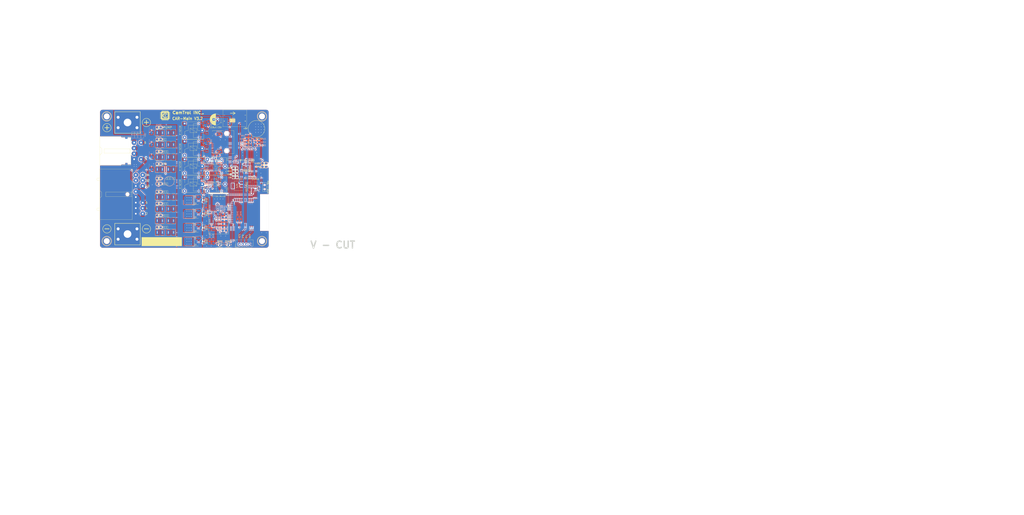
<source format=kicad_pcb>
(kicad_pcb (version 20240108) (generator "pcbnew") (generator_version "8.0")
  (layers (0 "F.Cu" signal) (31 "B.Cu" signal) (34 "B.Paste" user) (35 "F.Paste" user) (36 "B.SilkS" user "B.Silkscreen") (37 "F.SilkS" user "F.Silkscreen") (38 "B.Mask" user) (39 "F.Mask" user) (44 "Edge.Cuts" user))
  (net 0 "")
  (net 1 "GNDPWR")
  (net 2 "EN")
  (net 3 "Net-(D5-K)")
  (net 4 "Net-(D1-A)")
  (net 5 "Net-(D2-A)")
  (net 6 "Net-(D6-A)")
  (net 7 "+12P")
  (net 8 "Net-(J1-Pin_1)")
  (net 9 "RxD0")
  (net 10 "TxD0")
  (net 11 "Net-(D14-A)")
  (net 12 "Net-(Q1-Gate)")
  (net 13 "Net-(Q3-B)")
  (net 14 "Net-(Q4-B)")
  (net 15 "Net-(R3-Pad2)")
  (net 16 "BOOT")
  (net 17 "+5V")
  (net 18 "IPS-SDA")
  (net 21 "3V3")
  (net 22 "Net-(D8-A)")
  (net 23 "Net-(D10-A)")
  (net 24 "Net-(D11-A)")
  (net 25 "Net-(D16-A)")
  (net 26 "Net-(D17-A)")
  (net 28 "Net-(Q5-C)")
  (net 29 "Net-(Q5-B)")
  (net 30 "Net-(Q10-Gate)")
  (net 31 "Net-(Q8-B)")
  (net 32 "Net-(Q12-Gate)")
  (net 33 "Net-(Q9-B)")
  (net 34 "Net-(Q17-B)")
  (net 35 "TV")
  (net 36 "LED_1")
  (net 37 "LED_2")
  (net 38 "LED_3")
  (net 39 "LED_4")
  (net 44 "Net-(D22-A)")
  (net 45 "Net-(F7-Pad1)")
  (net 46 "Net-(D27-K)")
  (net 47 "/485-B")
  (net 48 "/485-A")
  (net 49 "DI")
  (net 50 "ENABLE")
  (net 51 "RO")
  (net 52 "Net-(D24-K)")
  (net 53 "Net-(D26-A)")
  (net 56 "Net-(F5-Pad1)")
  (net 57 "Net-(F6-Pad1)")
  (net 58 "IPS-RS")
  (net 59 "Net-(D18-K)")
  (net 60 "Net-(Q1-Drain)")
  (net 61 "Net-(Q6-Drain)")
  (net 62 "Net-(Q10-Drain)")
  (net 63 "Net-(Q12-Drain)")
  (net 64 "Net-(F8-Pad1)")
  (net 65 "Net-(D23-K)")
  (net 66 "Net-(D4-A)")
  (net 69 "Net-(ST7735S1-Pin_11)")
  (net 71 "INV")
  (net 72 "Net-(Q14-B)")
  (net 73 "Net-(U2-IO_1)")
  (net 74 "Net-(J11-Pin_10)")
  (net 75 "Net-(D15-A)")
  (net 76 "Net-(D19-A)")
  (net 77 "Net-(D20-A)")
  (net 80 "Net-(Q15-B)")
  (net 81 "Net-(Q16-B)")
  (net 82 "PUMP")
  (net 83 "FRIDGE")
  (net 84 "CIGAR")
  (net 85 "Net-(D21-A)")
  (net 86 "Net-(J11-Pin_6)")
  (net 87 "Net-(J11-Pin_4)")
  (net 88 "Net-(J11-Pin_2)")
  (net 89 "Net-(D3-A)")
  (net 90 "Net-(D9-A)")
  (net 91 "Net-(J11-Pin_13)")
  (net 92 "Net-(J11-Pin_14)")
  (net 93 "Net-(Q18-B)")
  (net 94 "Net-(J11-Pin_12)")
  (net 95 "Net-(J11-Pin_11)")
  (net 96 "/MS")
  (net 97 "/CANIVAL")
  (net 98 "Net-(R45-Pad1)")
  (net 99 "Net-(U2-IO_17)")
  (net 100 "Net-(SW4-A)")
  (net 103 "unconnected-(U2-IO_19-Pad13)")
  (net 104 "Net-(U2-IO_46)")
  (net 108 "Net-(J2-Pad10)")
  (net 109 "Net-(J2-Pad12)")
  (net 111 "IPS-RESET")
  (net 112 "IPS-SCL")
  (net 114 "IPS-CS")
  (footprint "Server.pretty:LED_0805" (layer "F.Cu") (at 129.905 58.9)
    (property "Reference" "D22" (hide yes))
    (property "Value" "RED LED" (hide yes))
  )
  (footprint "Server.pretty:R_0805_HandSoldering" (layer "F.Cu") (at 184.98 90.59 180)
    (property "Reference" "R2" (hide yes))
    (property "Value" "10KΩ")
  )
  (footprint "Server.pretty:C_0805_HandSoldering" (layer "F.Cu") (at 184.98 95.09 180)
    (property "Reference" "C2" (hide yes))
    (property "Value" "106")
  )
  (footprint "Server.pretty:logo" (layer "F.Cu") (at 134.4 50.275)
    (property "Reference" "G***" (hide yes))
    (property "Value" "LOGO" (hide yes))
  )
  (footprint "Server.pretty:JQC-T78-DC12V-C" (layer "F.Cu") (at 161.145 74.02 180)
    (property "Reference" "K3" (hide yes))
    (property "Value" "DC12V-A")
  )
  (footprint "Server:LED_0805" (layer "F.Cu") (at 129.855 99.65)
    (property "Reference" "D4" (hide yes))
    (property "Value" "인버터")
  )
  (footprint "Server:JQC-T78-DC12V-C" (layer "F.Cu") (at 177.6 99.85 180)
    (property "Reference" "K7" (hide yes))
    (property "Value" "DC12V-A" (hide yes))
  )
  (footprint "Capacitor_THT:CP_Radial_D8.0mm_P2.50mm" (layer "F.Cu") (at 172.11 53.155 180)
    (property "Reference" "C4" (hide yes))
    (property "Value" "220uF/25V")
  )
  (footprint "Server.pretty:TS-3404" (layer "F.Cu") (at 179.88 143.915 -90)
    (property "Reference" "SW2" (hide yes))
    (property "Value" "RESET")
  )
  (footprint "Server.pretty:LED_0805" (layer "F.Cu") (at 129.9 130.93)
    (property "Reference" "D11" (hide yes))
    (property "Value" "RED LED" (hide yes))
  )
  (footprint "Server.pretty:R_0805_HandSoldering" (layer "F.Cu") (at 184.98 88.315)
    (property "Reference" "R4" (hide yes))
    (property "Value" "10KΩ")
  )
  (footprint "Server:FUSE-PIN-Holder-Mini" (layer "F.Cu") (at 134.605 126.225 180)
    (property "Reference" "F3" (hide yes))
    (property "Value" "FRG500-16F" (hide yes))
  )
  (footprint "Server:FUSE-PIN-Holder-Mini" (layer "F.Cu") (at 134.605 89.14 180)
    (property "Reference" "F8" (hide yes))
    (property "Value" "FRG500-16F" (hide yes))
  )
  (footprint "Server:SW_DIP_SPSTx04_Slide_Copal_CHS-04A_W5.08mm_P1.27mm_JPin" (layer "F.Cu") (at 193.49 89.275 90)
    (property "Reference" "SW1" (hide yes))
    (property "Value" "YSS-1203" (hide yes))
  )
  (footprint "Server.pretty:R_0805_HandSoldering" (layer "F.Cu") (at 162.35 131.36 -90)
    (property "Reference" "R20" (hide yes))
    (property "Value" "2KΩ")
  )
  (footprint "Server:BR-120" (layer "F.Cu") (at 107.305 55.34)
    (property "Reference" "J13" (hide yes))
    (property "Value" "BR-120" (hide yes))
  )
  (footprint "Server:JQC-T78-DC12V-C" (layer "F.Cu") (at 161.14 86.935 180)
    (property "Reference" "K1" (hide yes))
    (property "Value" "DC12V-A")
  )
  (footprint "Server.pretty:AOD1485" (layer "F.Cu") (at 153.15 121.315 180)
    (property "Reference" "Q6" (hide yes))
    (property "Value" "AOD4185" (hide yes))
  )
  (footprint "Server:090II-14P" (layer "F.Cu") (at 107.26 107.19 180)
    (property "Reference" "J11" (hide yes))
    (property "Value" "Conn_01x02_Male" (hide yes))
    (fp_circle (center 0 0) (end 1.3 0) (stroke (width 0.12)) (fill none) (layer "Edge.Cuts"))
  )
  (footprint "Server:SOT-23" (layer "F.Cu") (at 202.33 69.55)
    (property "Reference" "D25" (hide yes))
    (property "Value" "SM712")
  )
  (footprint "Package_TO_SOT_SMD:SOT-223" (layer "F.Cu") (at 186.33 101.175 180)
    (property "Reference" "U1" (hide yes))
    (property "Value" "3.3V")
  )
  (footprint "Server:FUSE-PIN-Holder-Mini" (layer "F.Cu") (at 134.63 71.34 180)
    (property "Reference" "F5" (hide yes))
    (property "Value" "FRG500-16F" (hide yes))
  )
  (footprint "Server.pretty:TS-3404" (layer "F.Cu") (at 173.87 143.915 90)
    (property "Reference" "SW5" (hide yes))
    (property "Value" "BOOT")
  )
  (footprint "Server.pretty:R_0805_HandSoldering" (layer "F.Cu") (at 162.35 111.435 -90)
    (property "Reference" "R5" (hide yes))
    (property "Value" "2KΩ")
  )
  (footprint "Server.pretty:JQC-T78-DC12V-C" (layer "F.Cu") (at 161.155 61.085 180)
    (property "Reference" "K2" (hide yes))
    (property "Value" "DC12V-A")
  )
  (footprint "Server.pretty:AOD1485" (layer "F.Cu") (at 153.15 141.24 180)
    (property "Reference" "Q12" (hide yes))
    (property "Value" "AOD4185" (hide yes))
  )
  (footprint "Server:JQC-T78-DC12V-C" (layer "F.Cu") (at 177.6 86.935 180)
    (property "Reference" "K8" (hide yes))
    (property "Value" "DC12V-A" (hide yes))
  )
  (footprint "Server:FUSE-PIN-Holder-Mini" (layer "F.Cu") (at 134.605 117.69 180)
    (property "Reference" "F2" (hide yes))
    (property "Value" "FRG500-16F" (hide yes))
  )
  (footprint "Server:BR-120" (layer "F.Cu") (at 107.305 135.865)
    (property "Reference" "J14" (hide yes))
    (property "Value" "BR-120" (hide yes))
  )
  (footprint "Server.pretty:Molex_SPOX_5267-04A_1x04_P2.50mm_Vertical" (layer "F.Cu") (at 191.74 143.24)
    (property "Reference" "J1" (hide yes))
    (property "Value" "5267-04P" (hide yes))
  )
  (footprint "Server:LED_0805" (layer "F.Cu") (at 129.855 95.74)
    (property "Reference" "D9" (hide yes))
    (property "Value" "트렁크 도어")
  )
  (footprint "Server:FUSE-PIN-Holder-Mini" (layer "F.Cu") (at 134.605 134.69 180)
    (property "Reference" "F4" (hide yes))
    (property "Value" "FRG500-16F" (hide yes))
  )
  (footprint "Server.pretty:LED_0805" (layer "F.Cu") (at 205.855 87.265)
    (property "Reference" "D1" (hide yes))
    (property "Value" "CPU")
  )
  (footprint "Server:090II-6P" (layer "F.Cu") (at 106.055 75.87 180)
    (property "Reference" "J10" (hide yes))
    (property "Value" "Conn_01x02_Male" (hide yes))
  )
  (footprint "Server:LED_0805" (layer "F.Cu") (at 129.88 85.27)
    (property "Reference" "D21" (hide yes))
    (property "Value" "TV")
  )
  (footprint "Server.pretty:LED_0805" (layer "F.Cu") (at 129.9 122.39)
    (property "Reference" "D10" (hide yes))
    (property "Value" "RED LED" (hide yes))
  )
  (footprint "Server:JQC-T78-DC12V-C" (layer "F.Cu") (at 161.14 99.86 180)
    (property "Reference" "K5" (hide yes))
    (property "Value" "DC12V-A")
  )
  (footprint "Server.pretty:AOD1485" (layer "F.Cu") (at 153.15 111.44 180)
    (property "Reference" "Q1" (hide yes))
    (property "Value" "AOD4185" (hide yes))
  )
  (footprint "Server.pretty:R_0805_HandSoldering" (layer "F.Cu") (at 162.35 141.235 -90)
    (property "Reference" "R21" (hide yes))
    (property "Value" "2KΩ")
  )
  (footprint "Server:FUSE-PIN-Holder-Mini" (layer "F.Cu") (at 134.63 80.285 180)
    (property "Reference" "F7" (hide yes))
    (property "Value" "FRG500-16F" (hide yes))
  )
  (footprint "Server.pretty:LED_0805" (layer "F.Cu") (at 129.9 113.88)
    (property "Reference" "D8" (hide yes))
    (property "Value" "RED LED" (hide yes))
  )
  (footprint "Server:MAX485" (layer "F.Cu") (at 194.58 69.55)
    (property "Reference" "U4" (hide yes))
    (property "Value" "485")
  )
  (footprint "Server.pretty:AOD1485" (layer "F.Cu") (at 153.15 131.365 180)
    (property "Reference" "Q10" (hide yes))
    (property "Value" "AOD4185" (hide yes))
  )
  (footprint "Server.pretty:R_0805_HandSoldering" (layer "F.Cu") (at 184.98 92.84 180)
    (property "Reference" "R3" (hide yes))
    (property "Value" "330Ω")
  )
  (footprint "Server.pretty:TZT-SMD" (layer "F.Cu") (at 186.9 54.135)
    (property "Reference" "MO3" (hide yes))
    (property "Value" "MP1584" (hide yes))
  )
  (footprint "Server.pretty:ESP32-S3-PCB" (layer "F.Cu") (at 192.945 120.325 -90)
    (property "Reference" "U2" (hide yes))
    (property "Value" "ESP32-S3-PCB" (hide yes))
  )
  (footprint "Server:NW3-SK-02" (layer "F.Cu") (at 206.23 101.97 -90)
    (property "Reference" "SW4" (hide yes))
    (property "Value" "NW3-SK-02" (hide yes))
  )
  (footprint "Server:FUSE-PIN-Holder-Mini" (layer "F.Cu") (at 134.605 109.14 180)
    (property "Reference" "F1" (hide yes))
    (property "Value" "FRG500-16F" (hide yes))
  )
  (footprint "Server:FUSE-PIN-Holder-Mini" (layer "F.Cu") (at 134.63 62.765 180)
    (property "Reference" "F6" (hide yes))
    (property "Value" "FRG500-16F" (hide yes))
  )
  (footprint "Server.pretty:LED_0805" (layer "F.Cu") (at 129.9 105.33)
    (property "Reference" "D2" (hide yes))
    (property "Value" "RED LED" (hide yes))
  )
  (footprint "Server.pretty:R_0805_HandSoldering" (layer "F.Cu") (at 162.35 121.31 -90)
    (property "Reference" "R14" (hide yes))
    (property "Value" "2KΩ")
  )
  (footprint "Capacitor_SMD:CP_Elec_6.3x5.3" (layer "F.Cu") (at 197.55 101.825 90)
    (property "Reference" "C1" (hide yes))
    (property "Value" "220uF/10V")
  )
  (footprint "Server:RJ45_LED_SMD" (layer "F.Cu") (at 167.02 69.49 90)
    (property "Reference" "J2" (hide yes))
    (property "Value" "RJ45_LED" (hide yes))
  )
  (footprint "Server.pretty:LED_0805" (layer "F.Cu") (at 205.855 84.84)
    (property "Reference" "D6" (hide yes))
    (property "Value" "+12V")
  )
  (footprint "Server:LED_0805" (layer "F.Cu") (at 129.905 76.315)
    (property "Reference" "D20" (hide yes))
    (property "Value" "냉장고")
  )
  (footprint "Server.pretty:LED_0805" (layer "F.Cu") (at 129.905 67.52)
    (property "Reference" "D17" (hide yes))
    (property "Value" "RED LED" (hide yes))
  )
  (footprint "Server:SOT-23" (layer "B.Cu") (at 171.635 95.1 -90)
    (property "Reference" "Q18" (hide yes))
    (property "Value" "MMBTA42L" (hide yes))
  )
  (footprint "Server.pretty:D_SOD-123" (layer "B.Cu") (at 164.57 61.565 90)
    (property "Reference" "D14" (hide yes))
    (property "Value" "4007" (hide yes))
  )
  (footprint "Server.pretty:AOD1485" (layer "B.Cu") (at 153.15 111.44 180)
    (property "Reference" "Q2" (hide yes))
    (property "Value" "AOD4185" (hide yes))
  )
  (footprint "Server.pretty:SOT-23" (layer "B.Cu") (at 162.25 56.065 180)
    (property "Reference" "Q4" (hide yes))
    (property "Value" "MMBTA42L" (hide yes))
  )
  (footprint "Server:R_0805_HandSoldering" (layer "B.Cu") (at 177.18 130.81)
    (property "Reference" "R38" (hide yes))
    (property "Value" "10KΩ")
  )
  (footprint "Server.pretty:AOD1485" (layer "B.Cu") (at 153.15 121.315 180)
    (property "Reference" "Q7" (hide yes))
    (property "Value" "AOD4185" (hide yes))
  )
  (footprint "Server:SOT-23" (layer "B.Cu") (at 161.55 94.86 180)
    (property "Reference" "Q16" (hide yes))
    (property "Value" "MMBTA42L" (hide yes))
  )
  (footprint "Server.pretty:R_0805_HandSoldering" (layer "B.Cu") (at 200.8 67.235)
    (property "Reference" "R46" (hide yes))
    (property "Value" "20KΩ")
  )
  (footprint "Server:R_0805_HandSoldering" (layer "B.Cu") (at 177.18 126.28 180)
    (property "Reference" "R36" (hide yes))
    (property "Value" "100Ω")
  )
  (footprint "Server:D_SMA" (layer "B.Cu") (at 124.58 78.285 90)
    (property "Reference" "D27" (hide yes))
    (property "Value" "4007" (hide yes))
  )
  (footprint "Server.pretty:R_0805_HandSoldering" (layer "B.Cu") (at 129.9 113.88)
    (property "Reference" "R15" (hide yes))
    (property "Value" "20KΩ")
  )
  (footprint "Server.pretty:R_0805_HandSoldering" (layer "B.Cu") (at 200.8 71.86)
    (property "Reference" "R44" (hide yes))
    (property "Value" "20KΩ")
  )
  (footprint "Server:C_0805_HandSoldering" (layer "B.Cu") (at 177.18 133.25 180)
    (property "Reference" "C5" (hide yes))
    (property "Value" "106")
  )
  (footprint "Server:R_0805_HandSoldering" (layer "B.Cu") (at 129.855 95.74)
    (property "Reference" "R32" (hide yes))
    (property "Value" "20KΩ")
  )
  (footprint "Server.pretty:D_SOD-123" (layer "B.Cu") (at 164.56 74.52 90)
    (property "Reference" "D16" (hide yes))
    (property "Value" "4007" (hide yes))
  )
  (footprint "Server.pretty:R_0805_HandSoldering" (layer "B.Cu") (at 166.625 121.31 -90)
    (property "Reference" "R13" (hide yes))
    (property "Value" "20KΩ")
  )
  (footprint "Server.pretty:R_0805_HandSoldering" (layer "B.Cu") (at 166.625 131.36 -90)
    (property "Reference" "R18" (hide yes))
    (property "Value" "20KΩ")
  )
  (footprint "Server:R_0805_HandSoldering" (layer "B.Cu") (at 173.36 76.44 180)
    (property "Reference" "R34" (hide yes))
    (property "Value" "1KΩ")
  )
  (footprint "Server.pretty:R_0805_HandSoldering" (layer "B.Cu") (at 165.65 56.065 -90)
    (property "Reference" "R25" (hide yes))
    (property "Value" "2KΩ")
  )
  (footprint "Server.pretty:R_0805_HandSoldering" (layer "B.Cu") (at 200.8 69.55 180)
    (property "Reference" "R45" (hide yes))
    (property "Value" "120Ω")
  )
  (footprint "Server:SOT-23" (layer "B.Cu") (at 161.55 81.925 180)
    (property "Reference" "Q15" (hide yes))
    (property "Value" "MMBTA42L" (hide yes))
  )
  (footprint "Server:R_0805_HandSoldering" (layer "B.Cu") (at 171.635 91.935)
    (property "Reference" "R33" (hide yes))
    (property "Value" "2KΩ")
  )
  (footprint "Server.pretty:C_0805_HandSoldering" (layer "B.Cu") (at 117.995 64.26 90)
    (property "Reference" "C6" (hide yes))
    (property "Value" "104")
  )
  (footprint "Server.pretty:R_0805_HandSoldering" (layer "B.Cu") (at 166.625 141.235 -90)
    (property "Reference" "R19" (hide yes))
    (property "Value" "20KΩ")
  )
  (footprint "Server:D_SOD-123" (layer "B.Cu") (at 164.555 99.86 90)
    (property "Reference" "D19" (hide yes))
    (property "Value" "4007" (hide yes))
  )
  (footprint "Server.pretty:R_0805_HandSoldering" (layer "B.Cu") (at 169.125 141.235 -90)
    (property "Reference" "R17" (hide yes))
    (property "Value" "2KΩ")
  )
  (footprint "Server:R_0805_HandSoldering" (layer "B.Cu") (at 188.975 125.075 -90)
    (property "Reference" "R27" (hide yes))
    (property "Value" "2KΩ")
  )
  (footprint "Server.pretty:C_0805_HandSoldering" (layer "B.Cu") (at 115.745 64.26 90)
    (property "Reference" "C7" (hide yes))
    (property "Value" "104" (hide yes))
  )
  (footprint "Server.pretty:SOT-23" (layer "B.Cu") (at 163.375 121.31 180)
    (property "Reference" "Q5" (hide yes))
    (property "Value" "MMBTA42L" (hide yes))
  )
  (footprint "Server.pretty:C_0805_HandSoldering" (layer "B.Cu") (at 111.245 64.26 90)
    (property "Reference" "C9" (hide yes))
    (property "Value" "104" (hide yes))
  )
  (footprint "Server.pretty:R_0805_HandSoldering" (layer "B.Cu") (at 177.18 123.99)
    (property "Reference" "R9" (hide yes))
    (property "Value" "2KΩ")
  )
  (footprint "Server.pretty:R_0805_HandSoldering" (layer "B.Cu") (at 205.855 84.84)
    (property "Reference" "R10" (hide yes))
    (property "Value" "20KΩ")
  )
  (footprint "Server.pretty:D_SMA" (layer "B.Cu") (at 124.58 60.765 90)
    (property "Reference" "D24" (hide yes))
    (property "Value" "4007" (hide yes))
  )
  (footprint "Server.pretty:R_0805_HandSoldering" (layer "B.Cu") (at 129.9 105.33)
    (property "Reference" "R6" (hide yes))
    (property "Value" "20KΩ")
  )
  (footprint "Server.pretty:AOD1485" (layer "B.Cu") (at 153.15 131.365 180)
    (property "Reference" "Q11" (hide yes))
    (property "Value" "AOD4185" (hide yes))
  )
  (footprint "Server.pretty:R_0805_HandSoldering" (layer "B.Cu") (at 129.905 67.52)
    (property "Reference" "R28" (hide yes))
    (property "Value" "20KΩ")
  )
  (footprint "Server.pretty:R_0805_HandSoldering" (layer "B.Cu") (at 194.59 69.55)
    (property "Reference" "R42" (hide yes))
    (property "Value" "10KΩ")
  )
  (footprint "Server.pretty:R_0805_HandSoldering" (layer "B.Cu") (at 163.92 116.74 90)
    (property "Reference" "R7" (hide yes))
    (property "Value" "20KΩ")
  )
  (footprint "Server:R_0805_HandSoldering" (layer "B.Cu") (at 173.36 63.75)
    (property "Reference" "R35" (hide yes))
    (property "Value" "330Ω")
  )
  (footprint "Server.pretty:SOT-23" (layer "B.Cu") (at 163.375 111.435 180)
    (property "Reference" "Q3" (hide yes))
    (property "Value" "MMBTA42L" (hide yes))
  )
  (footprint "Server:MP3-2x4x3.5mm-TACT" (layer "B.Cu") (at 179.88 144.15 180)
    (property "Reference" "SW6" (hide yes))
    (property "Value" "SW_Push" (hide yes))
  )
  (footprint "Server.pretty:C_0805_HandSoldering" (layer "B.Cu") (at 194.58 64.85 180)
    (property "Reference" "C3" (hide yes))
    (property "Value" "106")
  )
  (footprint "Server.pretty:R_0805_HandSoldering" (layer "B.Cu") (at 169.125 131.36 -90)
    (property "Reference" "R16" (hide yes))
    (property "Value" "2KΩ")
  )
  (footprint "Server.pretty:D_SMA" (layer "B.Cu") (at 124.58 69.34 90)
    (property "Reference" "D18" (hide yes))
    (property "Value" "4007" (hide yes))
  )
  (footprint "Server:R_0805_HandSoldering" (layer "B.Cu") (at 129.855 99.65)
    (property "Reference" "R12" (hide yes))
    (property "Value" "20KΩ")
  )
  (footprint "Server:R_0805_HandSoldering" (layer "B.Cu") (at 129.905 76.315)
    (property "Reference" "R30" (hide yes))
    (property "Value" "20KΩ")
  )
  (footprint "Server.pretty:R_0805_HandSoldering" (layer "B.Cu") (at 205.855 87.265)
    (property "Reference" "R1" (hide yes))
    (property "Value" "10KΩ")
  )
  (footprint "Server:R_0805_HandSoldering" (layer "B.Cu") (at 171.625 79.05)
    (property "Reference" "R11" (hide yes))
    (property "Value" "2KΩ")
  )
  (footprint "Server.pretty:R_0805_HandSoldering" (layer "B.Cu") (at 129.905 58.9)
    (property "Reference" "R40" (hide yes))
    (property "Value" "20KΩ")
  )
  (footprint "Server:D_SOD-123" (layer "B.Cu") (at 164.555 86.935 90)
    (property "Reference" "D15" (hide yes))
    (property "Value" "4007" (hide yes))
  )
  (footprint "Server:R_0805_HandSoldering" (layer "B.Cu") (at 186.7 125.075 -90)
    (property "Reference" "R26" (hide yes))
    (property "Value" "2KΩ")
  )
  (footprint "Server.pretty:R_0805_HandSoldering" (layer "B.Cu") (at 129.9 130.93)
    (property "Reference" "R23" (hide yes))
    (property "Value" "20KΩ")
  )
  (footprint "Server.pretty:R_0805_HandSoldering" (layer "B.Cu") (at 194.59 71.86)
    (property "Reference" "R41" (hide yes))
    (property "Value" "10KΩ")
  )
  (footprint "Server.pretty:R_0805_HandSoldering" (layer "B.Cu") (at 165.64 69.02 -90)
    (property "Reference" "R29" (hide yes))
    (property "Value" "2KΩ")
  )
  (footprint "Server:R_0805_HandSoldering" (layer "B.Cu") (at 177.18 128.52)
    (property "Reference" "R37" (hide yes))
    (property "Value" "10KΩ")
  )
  (footprint "Server.pretty:R_0805_HandSoldering" (layer "B.Cu") (at 194.59 67.235)
    (property "Reference" "R43" (hide yes))
    (property "Value" "10KΩ")
  )
  (footprint "Server.pretty:SOT-23" (layer "B.Cu") (at 163.375 141.235 180)
    (property "Reference" "Q9" (hide yes))
    (property "Value" "MMBTA42L" (hide yes))
  )
  (footprint "Server:SOT-23" (layer "B.Cu") (at 171.625 82.15 -90)
    (property "Reference" "Q14" (hide yes))
    (property "Value" "MMBTA42L" (hide yes))
  )
  (footprint "Server:R_0805_HandSoldering" (layer "B.Cu") (at 129.88 85.27)
    (property "Reference" "R31" (hide yes))
    (property "Value" "20KΩ")
  )
  (footprint "Server:ST7735S_IPS" (layer "B.Cu") (at 172.9 116.97)
    (property "Reference" "ST7735S1" (hide yes))
    (property "Value" "Conn_01x12_Male" (hide yes))
  )
  (footprint "Server:MP3-2x4x3.5mm-TACT" (layer "B.Cu") (at 173.87 144.14 180)
    (property "Reference" "SW3" (hide yes))
    (property "Value" "SW_Push" (hide yes))
  )
  (footprint "Server.pretty:C_0805_HandSoldering" (layer "B.Cu") (at 113.495 64.26 90)
    (property "Reference" "C8" (hide yes))
    (property "Value" "104" (hide yes))
  )
  (footprint "Server.pretty:D_SMA" (layer "B.Cu") (at 181.105 53.915 90)
    (property "Reference" "D5" (hide yes))
    (property "Value" "SS34")
  )
  (footprint "Server:D_SOD-123" (layer "B.Cu") (at 173.65 99.85 90)
    (property "Reference" "D3" (hide yes))
    (property "Value" "4007" (hide yes))
  )
  (footprint "Server.pretty:SOT-23" (layer "B.Cu") (at 162.24 69.02 180)
    (property "Reference" "Q17" (hide yes))
    (property "Value" "MMBTA42L" (hide yes))
  )
  (footprint "Server:D_SMA" (layer "B.Cu") (at 124.58 87.14 90)
    (property "Reference" "D23" (hide yes))
    (property "Value" "4007" (hide yes))
  )
  (footprint "Server.pretty:SOT-23" (layer "B.Cu") (at 163.375 131.36 180)
    (property "Reference" "Q8" (hide yes))
    (property "Value" "MMBTA42L" (hide yes))
  )
  (footprint "Server.pretty:R_0805_HandSoldering" (layer "B.Cu") (at 177.18 121.72)
    (property "Reference" "R8" (hide yes))
    (property "Value" "2KΩ")
  )
  (footprint "Server:D_SOD-123" (layer "B.Cu") (at 173.65 86.935 90)
    (property "Reference" "D26" (hide yes))
    (property "Value" "4007" (hide yes))
  )
  (footprint "Server.pretty:AOD1485" (layer "B.Cu") (at 153.15 141.24 180)
    (property "Reference" "Q13" (hide yes))
    (property "Value" "AOD4185" (hide yes))
  )
  (footprint "Server.pretty:R_0805_HandSoldering" (layer "B.Cu") (at 129.9 122.39)
    (property "Reference" "R22" (hide yes))
    (property "Value" "20KΩ")
  )
  (gr_circle (center 137.45 97.725) (end 140.95 97.725) (stroke (width 0.3)) (fill none) (layer "B.SilkS"))
  (gr_circle (center 204.295 140.94) (end 207.795 140.94) (stroke (width 0.3)) (fill none) (layer "B.SilkS"))
  (gr_circle (center 92.305 140.94) (end 95.805 140.94) (stroke (width 0.3)) (fill none) (layer "B.SilkS"))
  (gr_circle (center 92.305 50.93) (end 95.805 50.93) (stroke (width 0.3)) (fill none) (layer "B.SilkS"))
  (gr_circle (center 204.295 50.93) (end 207.795 50.93) (stroke (width 0.3)) (fill none) (layer "B.SilkS"))
  (gr_line (start 190.455 82.485) (end 192.855 82.485) (stroke (width 0.15)) (layer "F.SilkS"))
  (gr_circle (center 120.925 132.14) (end 123.925 132.14) (stroke (width 0.3)) (fill none) (layer "F.SilkS"))
  (gr_circle (center 92.305 140.94) (end 95.505 140.94) (stroke (width 0.3)) (fill none) (layer "F.SilkS"))
  (gr_line (start 192.855 96.3) (end 192.855 94.36) (stroke (width 0.15)) (layer "F.SilkS"))
  (gr_circle (center 92.455 132.14) (end 95.455 132.14) (stroke (width 0.3)) (fill none) (layer "F.SilkS"))
  (gr_circle (center 204.295 140.94) (end 207.495 140.94) (stroke (width 0.3)) (fill none) (layer "F.SilkS"))
  (gr_line (start 194.15 82.485) (end 196.55 82.485) (stroke (width 0.15)) (layer "F.SilkS"))
  (gr_line (start 195.44 94.75) (end 195.44 94.15) (stroke (width 0.15)) (layer "F.SilkS"))
  (gr_circle (center 92.31 50.93) (end 95.51 50.93) (stroke (width 0.3)) (fill none) (layer "F.SilkS"))
  (gr_line (start 192.855 84.425) (end 192.855 82.485) (stroke (width 0.15)) (layer "F.SilkS"))
  (gr_circle (center 120.925 55.34) (end 123.925 55.34) (stroke (width 0.3)) (fill none) (layer "F.SilkS"))
  (gr_rect (start 117.555 138.21) (end 146.415 144.44) (stroke (width 0.15)) (fill solid) (layer "F.SilkS"))
  (gr_line (start 194.15 84.425) (end 194.15 82.485) (stroke (width 0.15)) (layer "F.SilkS"))
  (gr_line (start 194.155 96.3) (end 196.5625 96.3) (stroke (width 0.15)) (layer "F.SilkS"))
  (gr_line (start 195.425 83.825) (end 196.55 83.825) (stroke (width 0.15)) (layer "F.SilkS"))
  (gr_line (start 195.44 94.75) (end 196.565 94.75) (stroke (width 0.15)) (layer "F.SilkS"))
  (gr_line (start 195.425 84.425) (end 195.425 83.825) (stroke (width 0.15)) (layer "F.SilkS"))
  (gr_line (start 194.15 96.3) (end 194.15 94.36) (stroke (width 0.15)) (layer "F.SilkS"))
  (gr_circle (center 92.455 59.09) (end 95.455 59.09) (stroke (width 0.3)) (fill none) (layer "F.SilkS"))
  (gr_circle (center 200.31 59.85) (end 206.31 59.85) (stroke (width 0.2)) (fill none) (layer "F.SilkS"))
  (gr_line (start 190.4475 96.3) (end 192.855 96.3) (stroke (width 0.15)) (layer "F.SilkS"))
  (gr_circle (center 204.295 50.93) (end 207.495 50.93) (stroke (width 0.3)) (fill none) (layer "F.SilkS"))
  (gr_arc (start 89.3 145.93) (mid 87.885786 145.344214) (end 87.3 143.93) (stroke (width 0.05)) (layer "Edge.Cuts"))
  (gr_arc (start 209.3 143.93) (mid 208.714214 145.344214) (end 207.3 145.93) (stroke (width 0.05)) (layer "Edge.Cuts"))
  (gr_line (start 87.3 86.21) (end 102.59 86.21) (stroke (width 0.05)) (layer "Edge.Cuts"))
  (gr_line (start 102.59 65.52) (end 87.3 65.52) (stroke (width 0.05)) (layer "Edge.Cuts"))
  (gr_line (start 109.595 85.51) (end 107.49 85.51) (stroke (width 0.05)) (layer "Edge.Cuts"))
  (gr_line (start 107.49 84.31) (end 107.49 85.51) (stroke (width 0.05)) (layer "Edge.Cuts"))
  (gr_line (start 107.49 66.22) (end 107.49 67.42) (stroke (width 0.05)) (layer "Edge.Cuts"))
  (gr_circle (center 92.31 50.93) (end 94.31 50.93) (stroke (width 0.1)) (fill none) (layer "Edge.Cuts"))
  (gr_line (start 89.3 145.93) (end 207.3 145.93) (stroke (width 0.05)) (layer "Edge.Cuts"))
  (gr_line (start 109.595 66.22) (end 107.49 66.22) (stroke (width 0.05)) (layer "Edge.Cuts"))
  (gr_line (start 102.59 85.51) (end 102.59 86.21) (stroke (width 0.05)) (layer "Edge.Cuts"))
  (gr_line (start 105.49 84.31) (end 105.49 85.51) (stroke (width 0.05)) (layer "Edge.Cuts"))
  (gr_line (start 107.49 67.42) (end 105.49 67.42) (stroke (width 0.05)) (layer "Edge.Cuts"))
  (gr_line (start 89.3 45.93) (end 207.3 45.93) (stroke (width 0.05)) (layer "Edge.Cuts"))
  (gr_line (start 87.3 86.2) (end 87.3 143.93) (stroke (width 0.05)) (layer "Edge.Cuts"))
  (gr_rect (start 165.9 106.2) (end 179.9 106.7) (stroke (width 0.05)) (fill none) (layer "Edge.Cuts"))
  (gr_circle (center 204.295 50.93) (end 206.295 50.93) (stroke (width 0.1)) (fill none) (layer "Edge.Cuts"))
  (gr_arc (start 87.3 47.93) (mid 87.885786 46.515786) (end 89.3 45.93) (stroke (width 0.05)) (layer "Edge.Cuts"))
  (gr_line (start 102.59 65.52) (end 102.59 66.22) (stroke (width 0.05)) (layer "Edge.Cuts"))
  (gr_line (start 109.595 66.22) (end 109.595 85.51) (stroke (width 0.05)) (layer "Edge.Cuts"))
  (gr_arc (start 207.3 45.93) (mid 208.714214 46.515786) (end 209.3 47.93) (stroke (width 0.05)) (layer "Edge.Cuts"))
  (gr_line (start 209.3 143.93) (end 209.3 47.93) (stroke (width 0.05)) (layer "Edge.Cuts"))
  (gr_line (start 89.3 145.93) (end 207.3 145.93) (stroke (width 0.05)) (layer "Edge.Cuts"))
  (gr_line (start 105.49 66.22) (end 105.49 67.42) (stroke (width 0.05)) (layer "Edge.Cuts"))
  (gr_line (start 87.3 47.93) (end 87.3 65.52) (stroke (width 0.05)) (layer "Edge.Cuts"))
  (gr_line (start 105.49 85.51) (end 102.59 85.51) (stroke (width 0.05)) (layer "Edge.Cuts"))
  (gr_circle (center 204.295 140.94) (end 206.295 140.94) (stroke (width 0.1)) (fill none) (layer "Edge.Cuts"))
  (gr_line (start 105.49 84.31) (end 107.49 84.31) (stroke (width 0.05)) (layer "Edge.Cuts"))
  (gr_line (start 105.49 66.22) (end 102.59 66.22) (stroke (width 0.05)) (layer "Edge.Cuts"))
  (gr_circle (center 92.305 140.94) (end 94.305 140.94) (stroke (width 0.1)) (fill none) (layer "Edge.Cuts"))
  (gr_text "MS" (at 196.695 82.485 0) (layer "F.SilkS") (effects (font (size 1 1)) (justify left)))
  (gr_text "실내등" (at 132.875 113.88 0) (layer "F.SilkS") (effects (font (size 1.5 1.5) (thickness 0.3) (bold yes)) (justify left)))
  (gr_text "트렁크등" (at 132.875 122.39 0) (layer "F.SilkS") (effects (font (size 1.5 1.3) (thickness 0.3) (bold yes)) (justify left)))
  (gr_text "CamTrol INC,." (at 139.425 48.24 0) (layer "F.SilkS") (effects (font (size 2 2.2) (thickness 0.5)) (justify left)))
  (gr_text "시거" (at 132.88 67.52 0) (layer "F.SilkS") (effects (font (size 1.5 1.5) (thickness 0.2)) (justify left)))
  (gr_text "CV" (at 196.693572 83.825 0) (layer "F.SilkS") (effects (font (size 1 1)) (justify left)))
  (gr_text "OFF" (at 190.3 96.3 0) (layer "F.SilkS") (effects (font (size 1 1)) (justify right)))
  (gr_text "+" (at 92.455 58.79 0) (layer "F.SilkS") (effects (font (size 4 4) (thickness 0.5))))
  (gr_text "ST7735S 80x160" (at 172.9 109.15 0) (layer "F.SilkS") (effects (font (size 0.8 0.8) (thickness 0.1)) (justify bottom)))
  (gr_text "+" (at 120.925 54.975 0) (layer "F.SilkS") (effects (font (size 4 4) (thickness 0.5))))
  (gr_text "무드등" (at 132.875 105.33 0) (layer "F.SilkS") (effects (font (size 1.5 1.5) (thickness 0.3) (bold yes)) (justify left)))
  (gr_text "RxD" (at 190.44 139.1 -90) (layer "F.SilkS") (effects (font (size 1 1)) (justify right)))
  (gr_text "3.3V" (at 187.94 139.1 -90) (layer "F.SilkS") (effects (font (size 1 1)) (justify right)))
  (gr_text "인버터" (at 178.99 80.58 -90) (layer "F.SilkS") (effects (font (size 1 1)) (justify left bottom)))
  (gr_text "ST" (at 196.77 94.75 0) (layer "F.SilkS") (effects (font (size 1 1)) (justify left)))
  (gr_text "CAR-Main V3.2" (at 139.35 52.515 0) (layer "F.SilkS") (effects (font (size 2 1.9) (thickness 0.4)) (justify left)))
  (gr_text "-" (at 120.925 131.84 0) (layer "F.SilkS") (effects (font (size 4 4) (thickness 0.5))))
  (gr_text "트렁크" (at 178.99 102.01 -90) (layer "F.SilkS") (effects (font (size 1 1)) (justify left bottom)))
  (gr_text "PUMP" (at 132.88 58.9 0) (layer "F.SilkS") (effects (font (size 1.5 1.5) (thickness 0.2) (bold yes)) (justify left)))
  (gr_text "TxD" (at 192.94 139.1 -90) (layer "F.SilkS") (effects (font (size 1 1)) (justify right)))
  (gr_text "ON" (at 190.3 82.485 0) (layer "F.SilkS") (effects (font (size 1 1)) (justify right)))
  (gr_text "어닝등" (at 132.875 130.93 0) (layer "F.SilkS") (effects (font (size 1.5 1.5) (thickness 0.3) (bold yes)) (justify left)))
  (gr_text "CARIND" (at 196.77 96.3 0) (layer "F.SilkS") (effects (font (size 1 1)) (justify left)))
  (gr_text "GND" (at 195.44 139.1 -90) (layer "F.SilkS") (effects (font (size 1 1)) (justify right)))
  (gr_text "-" (at 92.455 131.84 0) (layer "F.SilkS") (effects (font (size 4 4) (thickness 0.5))))
  (gr_text "V - CUT" (at 238.62 146.61 0) (layer "Edge.Cuts") (effects (font (size 5 5) (thickness 1) (bold yes)) (justify left bottom)))
  (segment (start 204.605 87.265) (end 204.605 84.84) (width 0.3) (layer "F.Cu") (net 1))
  (segment (start 112.115 81.87) (end 112.055 81.87) (width 0.3) (layer "F.Cu") (net 1))
  (via (at 203.67 58.48) (size 0.8) (drill 0.4) (layers "F.Cu" "B.Cu") (net 1))
  (via (at 201.67 62.48) (size 0.8) (drill 0.4) (layers "F.Cu" "B.Cu") (net 1))
  (via (at 176.13 110.53) (size 0.8) (drill 0.4) (layers "F.Cu" "B.Cu") (net 1))
  (via (at 177.99 137.31) (size 0.8) (drill 0.4) (layers "F.Cu" "B.Cu") (net 1))
  (via (at 201.67 58.48) (size 0.8) (drill 0.4) (layers "F.Cu" "B.Cu") (net 1))
  (via (at 174.18 67.87) (size 0.8) (drill 0.4) (layers "F.Cu" "B.Cu") (net 1))
  (via (at 170.43 87.22) (size 0.8) (drill 0.4) (layers "F.Cu" "B.Cu") (net 1))
  (via (at 190.77 91.62) (size 0.8) (drill 0.4) (layers "F.Cu" "B.Cu") (net 1))
  (via (at 172.925 95.025) (size 0.8) (drill 0.4) (layers "F.Cu" "B.Cu") (net 1))
  (via (at 205.67 62.48) (size 0.8) (drill 0.4) (layers "F.Cu" "B.Cu") (net 1))
  (via (at 191.71 140.8) (size 0.8) (drill 0.4) (layers "F.Cu" "B.Cu") (net 1))
  (via (at 200.48 77.01) (size 0.8) (drill 0.4) (layers "F.Cu" "B.Cu") (net 1))
  (via (at 201.67 56.48) (size 0.8) (drill 0.4) (layers "F.Cu" "B.Cu") (net 1))
  (via (at 169.33 123.22) (size 0.8) (drill 0.4) (layers "F.Cu" "B.Cu") (net 1))
  (via (at 205.67 60.48) (size 0.8) (drill 0.4) (layers "F.Cu" "B.Cu") (net 1))
  (via (at 178.13 90.77) (size 0.8) (drill 0.4) (layers "F.Cu" "B.Cu") (net 1))
  (via (at 171.16 103.24) (size 0.8) (drill 0.4) (layers "F.Cu" "B.Cu") (net 1))
  (via (at 201.67 60.48) (size 0.8) (drill 0.4) (layers "F.Cu" "B.Cu") (net 1))
  (via (at 173.87 145.06) (size 0.8) (drill 0.4) (layers "F.Cu" "B.Cu") (net 1))
  (via (at 164.27 136.895) (size 0.8) (drill 0.4) (layers "F.Cu" "B.Cu") (net 1))
  (via (at 174.13 110.53) (size 0.8) (drill 0.4) (layers "F.Cu" "B.Cu") (net 1))
  (via (at 177.85 67.85) (size 0.8) (drill 0.4) (layers "F.Cu" "B.Cu") (net 1))
  (via (at 112.03 87.07) (size 0.8) (drill 0.4) (layers "F.Cu" "B.Cu") (net 1))
  (via (at 177.53 119.85) (size 0.8) (drill 0.4) (layers "F.Cu" "B.Cu") (net 1))
  (via (at 172.13 110.53) (size 0.8) (drill 0.4) (layers "F.Cu" "B.Cu") (net 1))
  (via (at 161.075 91.75) (size 0.8) (drill 0.4) (layers "F.Cu" "B.Cu") (net 1))
  (via (at 199.67 62.48) (size 0.8) (drill 0.4) (layers "F.Cu" "B.Cu") (net 1))
  (via (at 164.27 126.535) (size 0.8) (drill 0.4) (layers "F.Cu" "B.Cu") (net 1))
  (via (at 180.01 141.58) (size 0.8) (drill 0.4) (layers "F.Cu" "B.Cu") (net 1))
  (via (at 190.33 79.2) (size 0.8) (drill 0.4) (layers "F.Cu" "B.Cu") (net 1))
  (via (at 189.69 87.34) (size 0.8) (drill 0.4) (layers "F.Cu" "B.Cu") (net 1))
  (via (at 190.32 77) (size 0.8) (drill 0.4) (layers "F.Cu" "B.Cu") (net 1))
  (via (at 204.06 134.96) (size 0.8) (drill 0.4) (layers "F.Cu" "B.Cu") (net 1))
  (via (at 113.69 87.1) (size 0.8) (drill 0.4) (layers "F.Cu" "B.Cu") (net 1))
  (via (at 174.64 137.31) (size 0.8) (drill 0.4) (layers "F.Cu" "B.Cu") (net 1))
  (via (at 179.91 145.12) (size 0.8) (drill 0.4) (layers "F.Cu" "B.Cu") (net 1))
  (via (at 140.875 99.96) (size 0.8) (drill 0.4) (layers "F.Cu" "B.Cu") (net 1))
  (via (at 163.57 58.16) (size 0.8) (drill 0.4) (layers "F.Cu" "B.Cu") (net 1))
  (via (at 112.05 85.72) (size 0.8) (drill 0.4) (layers "F.Cu" "B.Cu") (net 1))
  (via (at 177.7 102.6) (size 0.8) (drill 0.4) (layers "F.Cu" "B.Cu") (net 1))
  (via (at 203.67 60.48) (size 0.8) (drill 0.4) (layers "F.Cu" "B.Cu") (net 1))
  (via (at 163.325 96.65) (size 0.8) (drill 0.4) (layers "F.Cu" "B.Cu") (net 1))
  (via (at 203.67 56.48) (size 0.8) (drill 0.4) (layers "F.Cu" "B.Cu") (net 1))
  (via (at 205.67 56.48) (size 0.8) (drill 0.4) (layers "F.Cu" "B.Cu") (net 1))
  (via (at 203.67 62.48) (size 0.8) (drill 0.4) (layers "F.Cu" "B.Cu") (net 1))
  (via (at 182.7 85.54) (size 0.8) (drill 0.4) (layers "F.Cu" "B.Cu") (net 1))
  (via (at 199.67 58.48) (size 0.8) (drill 0.4) (layers "F.Cu" "B.Cu") (net 1))
  (via (at 203.47 91.93) (size 0.8) (drill 0.4) (layers "F.Cu" "B.Cu") (net 1))
  (via (at 167.62 144.585) (size 0.8) (drill 0.4) (layers "F.Cu" "B.Cu") (net 1))
  (via (at 125.095 100.32) (size 0.8) (drill 0.4) (layers "F.Cu" "B.Cu") (net 1))
  (via (at 200.49 79.21) (size 0.8) (drill 0.4) (layers "F.Cu" "B.Cu") (net 1))
  (via (at 163.87 71.15) (size 0.8) (drill 0.4) (layers "F.Cu" "B.Cu") (net 1))
  (via (at 164.27 144.585) (size 0.8) (drill 0.4) (layers "F.Cu" "B.Cu") (net 1))
  (via (at 205.67 58.48) (size 0.8) (drill 0.4) (layers "F.Cu" "B.Cu") (net 1))
  (via (at 113.67 85.72) (size 0.8) (drill 0.4) (layers "F.Cu" "B.Cu") (net 1))
  (via (at 126.085 84.99) (size 0.8) (drill 0.4) (layers "F.Cu" "B.Cu") (net 1))
  (via (at 167.62 136.895) (size 0.8) (drill 0.4) (layers "F.Cu" "B.Cu") (net 1))
  (via (at 166.39 109.37) (size 0.8) (drill 0.4) (layers "F.Cu" "B.Cu") (net 1))
  (via (at 207.41 134.96) (size 0.8) (drill 0.4) (layers "F.Cu" "B.Cu") (net 1))
  (via (at 163.675 87.025) (size 0.8) (drill 0.4) (layers "F.Cu" "B.Cu") (net 1))
  (via (at 172.55 121.3) (size 0.8) (drill 0.4) (layers "F.Cu" "B.Cu") (net 1))
  (via (at 199.67 60.48) (size 0.8) (drill 0.4) (layers "F.Cu" "B.Cu") (net 1))
  (via (at 199.67 56.48) (size 0.8) (drill 0.4) (layers "F.Cu" "B.Cu") (net 1))
  (via (at 170.13 110.53) (size 0.8) (drill 0.4) (layers "F.Cu" "B.Cu") (net 1))
  (via (at 162.22 113.88) (size 0.8) (drill 0.4) (layers "F.Cu" "B.Cu") (net 1))
  (segment (start 176.4 117.17) (end 176.4 119.19) (width 0.3) (layer "B.Cu") (net 1))
  (segment (start 176.4 119.19) (end 176.66 119.45) (width 0.3) (layer "B.Cu") (net 1))
  (segment (start 177.1 117.16) (end 177.1 114.74) (width 0.3) (layer "B.Cu") (net 1))
  (segment (start 173.6 119.4) (end 173.33 119.67) (width 0.3) (layer "B.Cu") (net 1))
  (segment (start 173.6 115.3) (end 174.34 114.56) (width 0.3) (layer "B.Cu") (net 1))
  (segment (start 176.4 117.17) (end 176.4 114.75) (width 0.3) (layer "B.Cu") (net 1))
  (segment (start 173.6 117.17) (end 173.6 115.3) (width 0.3) (layer "B.Cu") (net 1))
  (segment (start 173.6 117.17) (end 173.6 119.4) (width 0.3) (layer "B.Cu") (net 1))
  (segment (start 198.43 94.545) (end 187.97 94.545) (width 0.3) (layer "F.Cu") (net 2))
  (segment (start 183.88 90.59) (end 186.13 92.84) (width 0.3) (layer "F.Cu") (net 2))
  (segment (start 183.83 90.59) (end 183.88 90.59) (width 0.3) (layer "F.Cu") (net 2))
  (segment (start 186.13 92.84) (end 186.13 95.04) (width 0.3) (layer "F.Cu") (net 2))
  (segment (start 198.67 94.305) (end 198.43 94.545) (width 0.3) (layer "F.Cu") (net 2))
  (segment (start 187.425 95.09) (end 186.18 95.09) (width 0.3) (layer "F.Cu") (net 2))
  (segment (start 198.675 109.94) (end 198.67 109.935) (width 0.3) (layer "F.Cu") (net 2))
  (segment (start 186.13 95.04) (end 186.18 95.09) (width 0.3) (layer "F.Cu") (net 2))
  (segment (start 198.675 111.325) (end 198.675 109.94) (width 0.3) (layer "F.Cu") (net 2))
  (segment (start 187.97 94.545) (end 187.425 95.09) (width 0.3) (layer "F.Cu") (net 2))
  (via (at 198.67 109.935) (size 0.8) (drill 0.4) (layers "F.Cu" "B.Cu") (net 2))
  (via (at 198.67 94.305) (size 0.8) (drill 0.4) (layers "F.Cu" "B.Cu") (net 2))
  (segment (start 198.67 109.935) (end 198.67 94.305) (width 0.3) (layer "B.Cu") (net 2))
  (segment (start 173.6 55.935) (end 176.54 55.935) (width 0.8) (layer "F.Cu") (net 3))
  (segment (start 181.085 55.935) (end 181.105 55.915) (width 0.8) (layer "F.Cu") (net 3))
  (segment (start 177.68 55.935) (end 181.085 55.935) (width 0.8) (layer "F.Cu") (net 3))
  (segment (start 172.11 54.445) (end 173.6 55.935) (width 0.8) (layer "F.Cu") (net 3))
  (segment (start 177.11 56.505) (end 177.68 55.935) (width 0.8) (layer "F.Cu") (net 3))
  (segment (start 172.11 53.155) (end 172.11 54.445) (width 0.8) (layer "F.Cu") (net 3))
  (segment (start 176.54 55.935) (end 177.11 56.505) (width 0.8) (layer "F.Cu") (net 3))
  (via (at 181.105 55.915) (size 0.8) (drill 0.4) (layers "F.Cu" "B.Cu") (net 3))
  (segment (start 208.24 87.265) (end 208.25 87.255) (width 0.3) (layer "F.Cu") (net 4))
  (segment (start 207.105 87.265) (end 208.24 87.265) (width 0.3) (layer "F.Cu") (net 4))
  (via (at 208.25 87.255) (size 0.8) (drill 0.4) (layers "F.Cu" "B.Cu") (net 4))
  (segment (start 207.015 87.255) (end 207.005 87.265) (width 0.3) (layer "B.Cu") (net 4))
  (segment (start 208.25 87.255) (end 207.015 87.255) (width 0.3) (layer "B.Cu") (net 4))
  (segment (start 131.15 105.33) (end 132.295 105.33) (width 0.3) (layer "F.Cu") (net 5))
  (segment (start 132.295 105.33) (end 132.3 105.325) (width 0.3) (layer "F.Cu") (net 5))
  (via (at 132.3 105.325) (size 0.8) (drill 0.4) (layers "F.Cu" "B.Cu") (net 5))
  (segment (start 132.3 105.325) (end 131.055 105.325) (width 0.3) (layer "B.Cu") (net 5))
  (segment (start 131.055 105.325) (end 131.05 105.33) (width 0.3) (layer "B.Cu") (net 5))
  (segment (start 207.105 84.84) (end 208.245 84.84) (width 0.3) (layer "F.Cu") (net 6))
  (segment (start 208.245 84.84) (end 208.25 84.845) (width 0.3) (layer "F.Cu") (net 6))
  (via (at 208.25 84.845) (size 0.8) (drill 0.4) (layers "F.Cu" "B.Cu") (net 6))
  (segment (start 207.01 84.845) (end 207.005 84.84) (width 0.3) (layer "B.Cu") (net 6))
  (segment (start 208.25 84.845) (end 207.01 84.845) (width 0.3) (layer "B.Cu") (net 6))
  (segment (start 169.5 66.96) (end 169.5 65.94) (width 0.5) (layer "F.Cu") (net 7))
  (segment (start 160.7425 120.16) (end 160.41 119.8275) (width 0.3) (layer "F.Cu") (net 7))
  (segment (start 168.41 66.96) (end 168.41 65.94) (width 0.5) (layer "F.Cu") (net 7))
  (segment (start 112.055 60.09) (end 107.305 55.34) (width 3) (layer "F.Cu") (net 7))
  (segment (start 173.675 90.05) (end 159.3 90.05) (width 0.3) (layer "F.Cu") (net 7))
  (segment (start 160.7325 130.21) (end 160.41 129.8875) (width 0.3) (layer "F.Cu") (net 7))
  (segment (start 160.715 110.285) (end 160.41 109.98) (width 0.3) (layer "F.Cu") (net 7))
  (segment (start 167.67 66.95) (end 167.67 65.93) (width 0.5) (layer "F.Cu") (net 7))
  (segment (start 130.445 101.36) (end 143.345 101.36) (width 0.3) (layer "F.Cu") (net 7))
  (segment (start 158.64 90.71) (end 158.64 91.935) (width 0.3) (layer "F.Cu") (net 7))
  (segment (start 159.3 90.05) (end 158.64 90.71) (width 0.3) (layer "F.Cu") (net 7))
  (segment (start 162.35 140.085) (end 160.73 140.085) (width 0.3) (layer "F.Cu") (net 7))
  (segment (start 162.35 120.16) (end 160.7425 120.16) (width 0.3) (layer "F.Cu") (net 7))
  (segment (start 160.73 140.085) (end 160.41 139.765) (width 0.3) (layer "F.Cu") (net 7))
  (segment (start 169.83 66.96) (end 169.83 65.94) (width 0.5) (layer "F.Cu") (net 7))
  (segment (start 176 83.09) (end 182.84 83.09) (width 0.3) (layer "F.Cu") (net 7))
  (segment (start 170.18 66.94) (end 170.18 65.92) (width 0.5) (layer "F.Cu") (net 7))
  (segment (start 161.14 99.86) (end 172.31 99.86) (width 0.3) (layer "F.Cu") (net 7))
  (segment (start 169.13 66.94) (end 169.13 65.92) (width 0.5) (layer "F.Cu") (net 7))
  (segment (start 170.56 66.96) (end 170.56 65.94) (width 0.5) (layer "F.Cu") (net 7))
  (segment (start 169.04 66.01) (end 158.73 66.01) (width 0.5) (layer "F.Cu") (net 7))
  (segment (start 112.055 69.87) (end 112.055 60.09) (width 3) (layer "F.Cu") (net 7))
  (segment (start 162.35 110.285) (end 160.715 110.285) (width 0.3) (layer "F.Cu") (net 7))
  (segment (start 172.31 99.86) (end 172.675 100.225) (width 0.3) (layer "F.Cu") (net 7))
  (segment (start 170.96 66.93) (end 170.96 65.91) (width 0.5) (layer "F.Cu") (net 7))
  (segment (start 167.31 66.95) (end 167.31 65.93) (width 0.5) (layer "F.Cu") (net 7))
  (segment (start 143.345 101.36) (end 143.655 101.05) (width 0.3) (layer "F.Cu") (net 7))
  (segment (start 158.73 66.01) (end 158.655 66.085) (width 0.5) (layer "F.Cu") (net 7))
  (segment (start 169.13 65.92) (end 169.04 66.01) (width 0.5) (layer "F.Cu") (net 7))
  (segment (start 174.45 90.05) (end 173.675 90.05) (width 0.3) (layer "F.Cu") (net 7))
  (segment (start 168.07 66.95) (end 168.07 65.93) (width 0.5) (layer "F.Cu") (net 7))
  (segment (start 129.775 101.11) (end 130.195 101.11) (width 0.3) (layer "F.Cu") (net 7))
  (segment (start 175.1 91.935) (end 175.1 90.7) (width 0.3) (layer "F.Cu") (net 7))
  (segment (start 168.75 66.97) (end 168.75 65.95) (width 0.5) (layer "F.Cu") (net 7))
  (segment (start 182.84 83.09) (end 183.29 82.64) (width 0.3) (layer "F.Cu") (net 7))
  (segment (start 175.1 90.7) (end 174.45 90.05) (width 0.3) (layer "F.Cu") (net 7))
  (segment (start 183.29 82.64) (end 204.62 82.64) (width 0.3) (layer "F.Cu") (net 7))
  (segment (start 130.195 101.11) (end 130.445 101.36) (width 0.3) (layer "F.Cu") (net 7))
  (segment (start 162.35 130.21) (end 160.7325 130.21) (width 0.3) (layer "F.Cu") (net 7))
  (via (at 157.62 140.47) (size 0.8) (drill 0.4) (layers "F.Cu" "B.Cu") (net 7))
  (via (at 159.61191 127.586059) (size 0.8) (drill 0.4) (layers "F.Cu" "B.Cu") (net 7))
  (via (at 156.278267 128.5925) (size 0.8) (drill 0.4) (layers "F.Cu" "B.Cu") (net 7))
  (via (at 159.61 130.586059) (size 0.8) (drill 0.4) (layers "F.Cu" "B.Cu") (net 7))
  (via (at 159.61191 137.463559) (size 0.8) (drill 0.4) (layers "F.Cu" "B.Cu") (net 7))
  (via (at 176 83.09) (size 0.8) (drill 0.4) (layers "F.Cu" "B.Cu") (net 7))
  (via (at 129.775 101.11) (size 0.8) (drill 0.4) (layers "F.Cu" "B.Cu") (net 7))
  (via (at 173.675 90.05) (size 0.8) (drill 0.4) (layers "F.Cu" "B.Cu") (net 7))
  (via (at 156.278267 118.5325) (size 0.8) (drill 0.4) (layers "F.Cu" "B.Cu") (net 7))
  (via (at 160.41 119.8275) (size 0.8) (drill 0.4) (layers "F.Cu" "B.Cu") (net 7))
  (via (at 172.675 100.225) (size 0.8) (drill 0.4) (layers "F.Cu" "B.Cu") (net 7))
  (via (at 157.62 120.5325) (size 0.8) (drill 0.4) (layers "F.Cu" "B.Cu") (net 7))
  (via (at 160.42 118.5325) (size 0.8) (drill 0.4) (layers "F.Cu" "B.Cu") (net 7))
  (via (at 157.62 110.685) (size 0.8) (drill 0.4) (layers "F.Cu" "B.Cu") (net 7))
  (via (at 156.630177 140.47) (size 0.8) (drill 0.4) (layers "F.Cu" "B.Cu") (net 7))
  (via (at 156.630177 117.5325) (size 0.8) (drill 0.4) (layers "F.Cu" "B.Cu") (net 7))
  (via (at 160.42 128.5925) (size 0.8) (drill 0.4) (layers "F.Cu" "B.Cu") (net 7))
  (via (at 156.278267 108.685) (size 0.8) (drill 0.4) (layers "F.Cu" "B.Cu") (net 7))
  (via (at 156.278267 138.47) (size 0.8) (drill 0.4) (layers "F.Cu" "B.Cu") (net 7))
  (via (at 156.278267 119.6325) (size 0.8) (drill 0.4) (layers "F.Cu" "B.Cu") (net 7))
  (via (at 156.630177 107.685) (size 0.8) (drill 0.4) (layers "F.Cu" "B.Cu") (net 7))
  (via (at 159.61 140.463559) (size 0.8) (drill 0.4) (layers "F.Cu" "B.Cu") (net 7))
  (via (at 156.278267 109.785) (size 0.8) (drill 0.4) (layers "F.Cu" "B.Cu") (net 7))
  (via (at 159.61191 117.526059) (size 0.8) (drill 0.4) (layers "F.Cu" "B.Cu") (net 7))
  (via (at 156.630177 130.5925) (size 0.8) (drill 0.4) (layers "F.Cu" "B.Cu") (net 7))
  (via (at 158.62191 127.5925) (size 0.8) (drill 0.4) (layers "F.Cu" "B.Cu") (net 7))
  (via (at 156.278267 129.6925) (size 0.8) (drill 0.4) (layers "F.Cu" "B.Cu") (net 7))
  (via (at 156.630177 137.47) (size 0.8) (drill 0.4) (layers "F.Cu" "B.Cu") (net 7))
  (via (at 156.630177 127.5925) (size 0.8) (drill 0.4) (layers "F.Cu" "B.Cu") (net 7))
  (via (at 158.62191 107.685) (size 0.8) (drill 0.4) (layers "F.Cu" "B.Cu") (net 7))
  (via (at 158.62191 137.47) (size 0.8) (drill 0.4) (layers "F.Cu" "B.Cu") (net 7))
  (via (at 160.41 109.98) (size 0.8) (drill 0.4) (layers "F.Cu" "B.Cu") (net 7))
  (via (at 160.42 138.47) (size 0.8) (drill 0.4) (layers "F.Cu" "B.Cu") (net 7))
  (via (at 157.62191 117.5325) (size 0.8) (drill 0.4) (layers "F.Cu" "B.Cu") (net 7))
  (via (at 156.630177 120.5325) (size 0.8) (drill 0.4) (layers "F.Cu" "B.Cu") (net 7))
  (via (at 158.62191 117.5325) (size 0.8) (drill 0.4) (layers "F.Cu" "B.Cu") (net 7))
  (via (at 156.630177 110.685) (size 0.8) (drill 0.4) (layers "F.Cu" "B.Cu") (net 7))
  (via (at 159.61 110.678559) (size 0.8) (drill 0.4) (layers "F.Cu" "B.Cu") (net 7))
  (via (at 157.62191 107.685) (size 0.8) (drill 0.4) (layers "F.Cu" "B.Cu") (net 7))
  (via (at 157.62191 137.47) (size 0.8) (drill 0.4) (layers "F.Cu" "B.Cu") (net 7))
  (via (at 204.62 82.64) (size 0.8) (drill 0.4) (layers "F.Cu" "B.Cu") (net 7))
  (via (at 159.61 120.526059) (size 0.8) (drill 0.4) (layers "F.Cu" "B.Cu") (net 7))
  (via (at 160.41 129.8875) (size 0.8) (drill 0.4) (layers "F.Cu" "B.Cu") (net 7))
  (via (at 160.41 139.765) (size 0.8) (drill 0.4) (layers "F.Cu" "B.Cu") (net 7))
  (via (at 160.42 108.685) (size 0.8) (drill 0.4) (layers "F.Cu" "B.Cu") (net 7))
  (via (at 159.61191 107.678559) (size 0.8) (drill 0.4) (layers "F.Cu" "B.Cu") (net 7))
  (via (at 157.62191 127.5925) (size 0.8) (drill 0.4) (layers "F.Cu" "B.Cu") (net 7))
  (via (at 156.278267 139.57) (size 0.8) (drill 0.4) (layers "F.Cu" "B.Cu") (net 7))
  (via (at 157.62 130.5925) (size 0.8) (drill 0.4) (layers "F.Cu" "B.Cu") (net 7))
  (via (at 143.655 101.05) (size 0.8) (drill 0.4) (layers "F.Cu" "B.Cu") (net 7))
  (segment (start 175.075 88.585) (end 175.58 88.08) (width 0.3) (layer "B.Cu") (net 7))
  (segment (start 204.62 84.755) (end 204.705 84.84) (width 0.3) (layer "B.Cu") (net 7))
  (segment (start 172.675 100.225) (end 172.675 100.525) (width 0.3) (layer "B.Cu") (net 7))
  (segment (start 181.105 51.54) (end 180.62 51.055) (width 0.8) (layer "B.Cu") (net 7))
  (segment (start 129.125 101.11) (end 129.775 101.11) (width 0.3) (layer "B.Cu") (net 7))
  (segment (start 173.65 90.025) (end 173.675 90.05) (width 0.3) (layer "B.Cu") (net 7))
  (segment (start 161.14 99.86) (end 158.71 99.86) (width 3) (layer "B.Cu") (net 7))
  (segment (start 128.705 99.65) (end 128.705 95.74) (width 0.3) (layer "B.Cu") (net 7))
  (segment (start 204.62 82.64) (end 204.62 84.755) (width 0.3) (layer "B.Cu") (net 7))
  (segment (start 161.155 61.14) (end 158.155 61.14) (width 3) (layer "B.Cu") (net 7))
  (segment (start 161.145 74.02) (end 158.675 74.02) (width 3) (layer "B.Cu") (net 7))
  (segment (start 172.675 100.525) (end 173.65 101.5) (width 0.3) (layer "B.Cu") (net 7))
  (segment (start 162.79 88.585) (end 161.14 86.935) (width 0.3) (layer "B.Cu") (net 7))
  (segment (start 175.58 88.08) (end 175.58 83.51) (width 0.3) (layer "B.Cu") (net 7))
  (segment (start 128.705 100.69) (end 129.125 101.11) (width 0.3) (layer "B.Cu") (net 7))
  (segment (start 181.105 51.915) (end 181.105 51.54) (width 0.8) (layer "B.Cu") (net 7))
  (segment (start 161.14 86.935) (end 158.73 86.935) (width 3) (layer "B.Cu") (net 7))
  (segment (start 180.62 51.055) (end 159.06 51.055) (width 0.8) (layer "B.Cu") (net 7))
  (segment (start 164.56 76.17) (end 163.295 76.17) (width 0.3) (layer "B.Cu") (net 7))
  (segment (start 163.295 76.17) (end 161.145 74.02) (width 0.3) (layer "B.Cu") (net 7))
  (segment (start 173.65 101.5) (end 173.65 103.4) (width 0.3) (layer "B.Cu") (net 7))
  (segment (start 173.65 88.585) (end 175.075 88.585) (width 0.3) (layer "B.Cu") (net 7))
  (segment (start 162.79 101.51) (end 161.14 99.86) (width 0.3) (layer "B.Cu") (net 7))
  (segment (start 128.705 99.65) (end 128.705 100.69) (width 0.3) (layer "B.Cu") (net 7))
  (segment (start 173.65 88.585) (end 173.65 90.025) (width 0.3) (layer "B.Cu") (net 7))
  (segment (start 164.555 101.51) (end 162.79 101.51) (width 0.3) (layer "B.Cu") (net 7))
  (segment (start 164.57 63.215) (end 163.285 63.215) (width 0.3) (layer "B.Cu") (net 7))
  (segment (start 173.65 103.4) (end 175.1 104.85) (width 0.3) (layer "B.Cu") (net 7))
  (segment (start 163.285 63.215) (end 161.155 61.085) (width 0.3) (layer "B.Cu") (net 7))
  (segment (start 164.555 88.585) (end 162.79 88.585) (width 0.3) (layer "B.Cu") (net 7))
  (segment (start 175.58 83.51) (end 176 83.09) (width 0.3) (layer "B.Cu") (net 7))
  (segment (start 203.735 98.9) (end 203.915 99.08) (width 0.5) (layer "F.Cu") (net 8))
  (segment (start 192.36 95.335) (end 203.745 95.335) (width 0.5) (layer "F.Cu") (net 8))
  (segment (start 203.915 99.08) (end 203.915 99.78) (width 0.5) (layer "F.Cu") (net 8))
  (via (at 192.36 95.335) (size 0.8) (drill 0.4) (layers "F.Cu" "B.Cu") (net 8))
  (via (at 203.745 95.335) (size 0.8) (drill 0.4) (layers "F.Cu" "B.Cu") (net 8))
  (via (at 203.735 98.9) (size 0.8) (drill 0.4) (layers "F.Cu" "B.Cu") (net 8))
  (segment (start 192.36 132.015) (end 192.36 95.335) (width 0.5) (layer "B.Cu") (net 8))
  (segment (start 203.735 95.345) (end 203.735 98.9) (width 0.5) (layer "B.Cu") (net 8))
  (segment (start 203.745 95.335) (end 203.735 95.345) (width 0.5) (layer "B.Cu") (net 8))
  (segment (start 187.93 143.24) (end 187.93 136.445) (width 0.5) (layer "B.Cu") (net 8))
  (segment (start 187.93 136.445) (end 192.36 132.015) (width 0.5) (layer "B.Cu") (net 8))
  (segment (start 196.125 129.315) (end 196.125 130.78) (width 0.3) (layer "F.Cu") (net 9))
  (via (at 196.125 130.78) (size 0.8) (drill 0.4) (layers "F.Cu" "B.Cu") (net 9))
  (segment (start 195.93 133.345) (end 190.43 138.845) (width 0.3) (layer "B.Cu") (net 9))
  (segment (start 196.125 130.78) (end 195.93 130.975) (width 0.3) (layer "B.Cu") (net 9))
  (segment (start 195.93 130.975) (end 195.93 133.345) (width 0.3) (layer "B.Cu") (net 9))
  (segment (start 190.43 138.845) (end 190.43 143.24) (width 0.3) (layer "B.Cu") (net 9))
  (segment (start 197.395 129.315) (end 197.395 130.8) (width 0.3) (layer "F.Cu") (net 10))
  (via (at 197.395 130.8) (size 0.8) (drill 0.4) (layers "F.Cu" "B.Cu") (net 10))
  (segment (start 197.62 131.025) (end 197.62 134.52) (width 0.3) (layer "B.Cu") (net 10))
  (segment (start 197.62 134.52) (end 192.93 139.21) (width 0.3) (layer "B.Cu") (net 10))
  (segment (start 197.395 130.8) (end 197.62 131.025) (width 0.3) (layer "B.Cu") (net 10))
  (segment (start 192.93 139.21) (end 192.93 143.24) (width 0.3) (layer "B.Cu") (net 10))
  (segment (start 161.25 57.735) (end 161.25 56.065) (width 0.3) (layer "B.Cu") (net 11))
  (segment (start 161.25 56.065) (end 158.675 56.065) (width 0.3) (layer "B.Cu") (net 11))
  (segment (start 163.43 59.915) (end 161.25 57.735) (width 0.3) (layer "B.Cu") (net 11))
  (segment (start 164.57 59.915) (end 163.43 59.915) (width 0.3) (layer "B.Cu") (net 11))
  (segment (start 158.675 56.065) (end 158.655 56.085) (width 0.3) (layer "B.Cu") (net 11))
  (segment (start 161.11 112.585) (end 161.39 112.585) (width 0.3) (layer "F.Cu") (net 12))
  (segment (start 158.6 113.483) (end 158.357 113.726) (width 0.3) (layer "F.Cu") (net 12))
  (segment (start 158.6 112.005) (end 160.53 112.005) (width 0.3) (layer "F.Cu") (net 12))
  (segment (start 158.6 112.005) (end 158.6 113.483) (width 0.3) (layer "F.Cu") (net 12))
  (segment (start 161.39 112.585) (end 162.35 112.585) (width 0.3) (layer "F.Cu") (net 12))
  (segment (start 160.53 112.005) (end 161.11 112.585) (width 0.3) (layer "F.Cu") (net 12))
  (via (at 158.6 112.005) (size 0.8) (drill 0.4) (layers "F.Cu" "B.Cu") (net 12))
  (via (at 161.39 112.585) (size 0.8) (drill 0.4) (layers "F.Cu" "B.Cu") (net 12))
  (segment (start 158.357 109.154) (end 158.6 109.397) (width 0.3) (layer "B.Cu") (net 12))
  (segment (start 162.375 111.6) (end 161.39 112.585) (width 0.3) (layer "B.Cu") (net 12))
  (segment (start 162.375 111.435) (end 162.375 111.6) (width 0.3) (layer "B.Cu") (net 12))
  (segment (start 158.6 109.397) (end 158.6 112.005) (width 0.3) (layer "B.Cu") (net 12))
  (segment (start 175.2 119.77) (end 165.85 119.77) (width 0.3) (layer "F.Cu") (net 13))
  (segment (start 165.85 119.77) (end 165.33 119.25) (width 0.3) (layer "F.Cu") (net 13))
  (segment (start 176.2 120.77) (end 175.2 119.77) (width 0.3) (layer "F.Cu") (net 13))
  (via (at 176.2 120.77) (size 0.8) (drill 0.4) (layers "F.Cu" "B.Cu") (net 13))
  (via (at 165.33 119.25) (size 0.8) (drill 0.4) (layers "F.Cu" "B.Cu") (net 13))
  (segment (start 176.03 121.72) (end 176.03 120.94) (width 0.3) (layer "B.Cu") (net 13))
  (segment (start 176.03 120.94) (end 176.2 120.77) (width 0.3) (layer "B.Cu") (net 13))
  (segment (start 165.125 110.485) (end 164.375 110.485) (width 0.3) (layer "B.Cu") (net 13))
  (segment (start 165.44 117.89) (end 165.48 117.85) (width 0.3) (layer "B.Cu") (net 13))
  (segment (start 165.33 119.25) (end 165.48 119.1) (width 0.3) (layer "B.Cu") (net 13))
  (segment (start 165.48 119.1) (end 165.48 117.85) (width 0.3) (layer "B.Cu") (net 13))
  (segment (start 165.48 117.85) (end 165.48 110.84) (width 0.3) (layer "B.Cu") (net 13))
  (segment (start 163.92 117.89) (end 165.44 117.89) (width 0.3) (layer "B.Cu") (net 13))
  (segment (start 165.48 110.84) (end 165.125 110.485) (width 0.3) (layer "B.Cu") (net 13))
  (segment (start 163.25 55.115) (end 165.45 55.115) (width 0.3) (layer "B.Cu") (net 14))
  (segment (start 165.45 55.115) (end 165.65 54.915) (width 0.3) (layer "B.Cu") (net 14))
  (segment (start 178.9 142.815) (end 181.98 142.815) (width 0.3) (layer "F.Cu") (net 15))
  (segment (start 181.98 141.44) (end 181.96 141.42) (width 0.3) (layer "F.Cu") (net 15))
  (segment (start 181.905 92.84) (end 181.9 92.845) (width 0.3) (layer "F.Cu") (net 15))
  (segment (start 177.78 142.815) (end 178.9 142.815) (width 0.3) (layer "F.Cu") (net 15))
  (segment (start 181.98 142.815) (end 181.98 141.44) (width 0.3) (layer "F.Cu") (net 15))
  (segment (start 183.83 92.84) (end 181.905 92.84) (width 0.3) (layer "F.Cu") (net 15))
  (via (at 178.9 142.815) (size 0.8) (drill 0.4) (layers "F.Cu" "B.Cu") (net 15))
  (via (at 181.9 92.845) (size 0.8) (drill 0.4) (layers "F.Cu" "B.Cu") (net 15))
  (via (at 181.96 141.42) (size 0.8) (drill 0.4) (layers "F.Cu" "B.Cu") (net 15))
  (segment (start 178.865 142.85) (end 178.9 142.815) (width 0.3) (layer "B.Cu") (net 15))
  (segment (start 178.18 142.85) (end 178.865 142.85) (width 0.3) (layer "B.Cu") (net 15))
  (segment (start 181.96 141.42) (end 181.9 141.36) (width 0.3) (layer "B.Cu") (net 15))
  (segment (start 181.9 141.36) (end 181.9 92.845) (width 0.3) (layer "B.Cu") (net 15))
  (segment (start 176.39 140.42) (end 175.97 140.84) (width 0.3) (layer "F.Cu") (net 16))
  (segment (start 183.84 129.315) (end 183.82 129.335) (width 0.3) (layer "F.Cu") (net 16))
  (segment (start 171.77 142.815) (end 172.94 142.815) (width 0.3) (layer "F.Cu") (net 16))
  (segment (start 172.94 142.815) (end 175.97 142.815) (width 0.3) (layer "F.Cu") (net 16))
  (segment (start 175.97 140.84) (end 175.97 142.815) (width 0.3) (layer "F.Cu") (net 16))
  (segment (start 183.83 88.315) (end 182.76 88.315) (width 0.3) (layer "F.Cu") (net 16))
  (segment (start 183.82 140.42) (end 176.39 140.42) (width 0.3) (layer "F.Cu") (net 16))
  (segment (start 184.695 129.315) (end 183.84 129.315) (width 0.3) (layer "F.Cu") (net 16))
  (via (at 182.76 88.315) (size 0.8) (drill 0.4) (layers "F.Cu" "B.Cu") (net 16))
  (via (at 183.82 140.42) (size 0.8) (drill 0.4) (layers "F.Cu" "B.Cu") (net 16))
  (via (at 172.94 142.815) (size 0.8) (drill 0.4) (layers "F.Cu" "B.Cu") (net 16))
  (via (at 183.82 129.335) (size 0.8) (drill 0.4) (layers "F.Cu" "B.Cu") (net 16))
  (segment (start 182.76 129.055) (end 183.04 129.335) (width 0.3) (layer "B.Cu") (net 16))
  (segment (start 182.76 88.315) (end 182.76 129.055) (width 0.3) (layer "B.Cu") (net 16))
  (segment (start 172.17 142.84) (end 172.915 142.84) (width 0.3) (layer "B.Cu") (net 16))
  (segment (start 172.915 142.84) (end 172.94 142.815) (width 0.3) (layer "B.Cu") (net 16))
  (segment (start 183.04 129.335) (end 183.82 129.335) (width 0.3) (layer "B.Cu") (net 16))
  (segment (start 183.82 140.42) (end 183.82 129.335) (width 0.3) (layer "B.Cu") (net 16))
  (segment (start 197.247 67.645) (end 196.165 67.645) (width 0.5) (layer "F.Cu") (net 17))
  (segment (start 188.1 73.44) (end 188.12 73.46) (width 0.3) (layer "F.Cu") (net 17))
  (segment (start 188.14 98.865) (end 189.47 98.865) (width 0.8) (layer "F.Cu") (net 17))
  (segment (start 191.67 55.935) (end 188.13 55.935) (width 0.8) (layer "F.Cu") (net 17))
  (segment (start 188.13 55.935) (end 188.12 55.945) (width 0.8) (layer "F.Cu") (net 17))
  (segment (start 189.47 98.865) (end 189.48 98.875) (width 0.8) (layer "F.Cu") (net 17))
  (segment (start 174.51 73.51) (end 174.58 73.44) (width 0.3) (layer "F.Cu") (net 17))
  (segment (start 196.165 67.645) (end 195.74 68.07) (width 0.5) (layer "F.Cu") (net 17))
  (segment (start 188.13 63.56) (end 188.12 63.55) (width 0.5) (layer "F.Cu") (net 17))
  (segment (start 195.76 63.56) (end 188.13 63.56) (width 0.5) (layer "F.Cu") (net 17))
  (segment (start 174.58 73.44) (end 188.1 73.44) (width 0.3) (layer "F.Cu") (net 17))
  (segment (start 192.24 56.505) (end 191.67 55.935) (width 0.8) (layer "F.Cu") (net 17))
  (via (at 188.12 63.55) (size 0.8) (drill 0.4) (layers "F.Cu" "B.Cu") (net 17))
  (via (at 188.14 98.865) (size 0.8) (drill 0.4) (layers "F.Cu" "B.Cu") (net 17))
  (via (at 195.76 63.56) (size 0.8) (drill 0.4) (layers "F.Cu" "B.Cu") (net 17))
  (via (at 174.51 73.51) (size 0.8) (drill 0.4) (layers "F.Cu" "B.Cu") (net 17))
  (via (at 188.12 73.46) (size 0.8) (drill 0.4) (layers "F.Cu" "B.Cu") (net 17))
  (via (at 188.12 55.945) (size 0.8) (drill 0.4) (layers "F.Cu" "B.Cu") (net 17))
  (via (at 195.74 68.07) (size 0.8) (drill 0.4) (layers "F.Cu" "B.Cu") (net 17))
  (segment (start 188.12 63.55) (end 188.12 65.445) (width 0.8) (layer "B.Cu") (net 17))
  (segment (start 188.12 66.905) (end 188.12 69.895) (width 0.8) (layer "B.Cu") (net 17))
  (segment (start 174.51 76.44) (end 174.51 73.51) (width 0.3) (layer "B.Cu") (net 17))
  (segment (start 195.78 64.85) (end 195.78 63.58) (width 0.5) (layer "B.Cu") (net 17))
  (segment (start 195.74 64.89) (end 195.78 64.85) (width 0.5) (layer "B.Cu") (net 17))
  (segment (start 199.65 67.235) (end 195.74 67.235) (width 0.3) (layer "B.Cu") (net 17))
  (segment (start 195.78 63.58) (end 195.76 63.56) (width 0.5) (layer "B.Cu") (net 17))
  (segment (start 188.12 55.945) (end 188.12 63.55) (width 0.8) (layer "B.Cu") (net 17))
  (segment (start 188.12 98.845) (end 188.14 98.865) (width 0.8) (layer "B.Cu") (net 17))
  (segment (start 195.74 68.07) (end 195.74 64.89) (width 0.5) (layer "B.Cu") (net 17))
  (segment (start 188.12 73.46) (end 188.12 98.845) (width 0.8) (layer "B.Cu") (net 17))
  (segment (start 188.12 69.895) (end 188.12 73.46) (width 0.8) (layer "B.Cu") (net 17))
  (segment (start 188.12 65.445) (end 188.12 66.905) (width 0.8) (layer "B.Cu") (net 17))
  (segment (start 195.74 71.86) (end 195.74 68.07) (width 0.5) (layer "B.Cu") (net 17))
  (segment (start 194.855 131.235) (end 194.855 129.315) (width 0.3) (layer "F.Cu") (net 18))
  (segment (start 171.94 131.96) (end 176.03 131.96) (width 0.3) (layer "F.Cu") (net 18))
  (segment (start 194.13 131.96) (end 194.855 131.235) (width 0.3) (layer "F.Cu") (net 18))
  (segment (start 171.91 131.93) (end 171.94 131.96) (width 0.3) (layer "F.Cu") (net 18))
  (segment (start 176.03 131.96) (end 194.13 131.96) (width 0.3) (layer "F.Cu") (net 18))
  (via (at 171.91 131.93) (size 0.8) (drill 0.4) (layers "F.Cu" "B.Cu") (net 18))
  (via (at 176.03 131.96) (size 0.8) (drill 0.4) (layers "F.Cu" "B.Cu") (net 18))
  (segment (start 172.1 123.96) (end 170.1 121.96) (width 0.3) (layer "B.Cu") (net 18))
  (segment (start 171.91 131.93) (end 172.1 131.74) (width 0.3) (layer "B.Cu") (net 18))
  (segment (start 170.1 121.96) (end 170.1 117.17) (width 0.3) (layer "B.Cu") (net 18))
  (segment (start 176.03 130.81) (end 176.03 131.96) (width 0.3) (layer "B.Cu") (net 18))
  (segment (start 172.1 131.74) (end 172.1 123.96) (width 0.3) (layer "B.Cu") (net 18))
  (segment (start 199.945 111.325) (end 199.945 109.92) (width 0.5) (layer "F.Cu") (net 21))
  (segment (start 186.13 87.38) (end 186.13 88.315) (width 0.3) (layer "F.Cu") (net 21))
  (segment (start 199.945 109.92) (end 199.95 109.915) (width 0.5) (layer "F.Cu") (net 21))
  (segment (start 186.13 90.57) (end 186.13 89.465) (width 0.3) (layer "F.Cu") (net 21))
  (segment (start 200.46 104) (end 199.95 104) (width 0.5) (layer "F.Cu") (net 21))
  (segment (start 203.915 102.335) (end 203.275 102.975) (width 0.5) (layer "F.Cu") (net 21))
  (segment (start 174.07 134.49) (end 178.39 134.49) (width 0.3) (layer "F.Cu") (net 21))
  (segment (start 203.275 102.975) (end 201.485 102.975) (width 0.5) (layer "F.Cu") (net 21))
  (segment (start 197.55 106.95) (end 197.55 104.625) (width 0.5) (layer "F.Cu") (net 21))
  (segment (start 202.88 87.265) (end 200.08 87.265) (width 0.3) (layer "F.Cu") (net 21))
  (segment (start 203.14 87.525) (end 202.88 87.265) (width 0.3) (layer "F.Cu") (net 21))
  (segment (start 198.175 104) (end 197.55 104.625) (width 0.5) (layer "F.Cu") (net 21))
  (segment (start 186.13 88.315) (end 186.13 89.465) (width 0.3) (layer "F.Cu") (net 21))
  (segment (start 201.485 102.975) (end 200.46 104) (width 0.5) (layer "F.Cu") (net 21))
  (segment (start 197.02 107.48) (end 197.55 106.95) (width 0.5) (layer "F.Cu") (net 21))
  (segment (start 199.95 104) (end 198.175 104) (width 0.5) (layer "F.Cu") (net 21))
  (segment (start 186.13 89.465) (end 186.13 90.59) (width 0.3) (layer "F.Cu") (net 21))
  (segment (start 181.89 86.65) (end 182.25 87.01) (width 0.3) (layer "F.Cu") (net 21))
  (segment (start 182.25 87.01) (end 185.76 87.01) (width 0.3) (layer "F.Cu") (net 21))
  (segment (start 178.97 107.48) (end 197.02 107.48) (width 0.5) (layer "F.Cu") (net 21))
  (segment (start 181.87 65.54) (end 174.51 65.54) (width 0.3) (layer "F.Cu") (net 21))
  (segment (start 200.06 90.51) (end 200 90.57) (width 0.3) (layer "F.Cu") (net 21))
  (segment (start 200 90.57) (end 186.13 90.57) (width 0.3) (layer "F.Cu") (net 21))
  (segment (start 203.915 101.23) (end 203.915 102.335) (width 0.5) (layer "F.Cu") (net 21))
  (segment (start 185.76 87.01) (end 186.13 87.38) (width 0.3) (layer "F.Cu") (net 21))
  (segment (start 178.39 134.49) (end 178.4 134.5) (width 0.3) (layer "F.Cu") (net 21))
  (via (at 199.95 104) (size 0.8) (drill 0.4) (layers "F.Cu" "B.Cu") (net 21))
  (via (at 178.4 134.5) (size 0.8) (drill 0.4) (layers "F.Cu" "B.Cu") (net 21))
  (via (at 200.08 87.265) (size 0.8) (drill 0.4) (layers "F.Cu" "B.Cu") (net 21))
  (via (at 178.97 107.48) (size 0.8) (drill 0.4) (layers "F.Cu" "B.Cu") (net 21))
  (via (at 174.07 134.49) (size 0.8) (drill 0.4) (layers "F.Cu" "B.Cu") (net 21))
  (via (at 199.95 109.915) (size 0.8) (drill 0.4) (layers "F.Cu" "B.Cu") (net 21))
  (via (at 200.06 90.51) (size 0.8) (drill 0.4) (layers "F.Cu" "B.Cu") (net 21))
  (via (at 181.89 86.65) (size 0.8) (drill 0.4) (layers "F.Cu" "B.Cu") (net 21))
  (via (at 181.87 65.54) (size 0.8) (drill 0.4) (layers "F.Cu" "B.Cu") (net 21))
  (via (at 203.14 87.525) (size 0.8) (drill 0.4) (layers "F.Cu" "B.Cu") (net 21))
  (via (at 174.51 65.54) (size 0.8) (drill 0.4) (layers "F.Cu" "B.Cu") (net 21))
  (segment (start 179.84 119.66) (end 179.84 116.66) (width 0.5) (layer "B.Cu") (net 21))
  (segment (start 199.95 109.915) (end 199.95 104) (width 0.5) (layer "B.Cu") (net 21))
  (segment (start 174.06 134.48) (end 174.07 134.49) (width 0.3) (layer "B.Cu") (net 21))
  (segment (start 175 119.46) (end 174.06 120.4) (width 0.3) (layer "B.Cu") (net 21))
  (segment (start 178.33 126.28) (end 179.29 126.28) (width 0.5) (layer "B.Cu") (net 21))
  (segment (start 175 117.17) (end 175 119.46) (width 0.3) (layer "B.Cu") (net 21))
  (segment (start 181.89 86.65) (end 181.59 86.35) (width 0.3) (layer "B.Cu") (net 21))
  (segment (start 199.95 104) (end 199.95 103.995) (width 0.5) (layer "B.Cu") (net 21))
  (segment (start 178.4 133.27) (end 178.38 133.25) (width 0.3) (layer "B.Cu") (net 21))
  (segment (start 178.4 134.5) (end 178.4 133.27) (width 0.3) (layer "B.Cu") (net 21))
  (segment (start 179.84 125.73) (end 179.84 119.66) (width 0.5) (layer "B.Cu") (net 21))
  (segment (start 200.06 90.51) (end 200.06 103.885) (width 0.3) (layer "B.Cu") (net 21))
  (segment (start 204.705 87.265) (end 203.4 87.265) (width 0.3) (layer "B.Cu") (net 21))
  (segment (start 200.06 90.51) (end 200.08 90.49) (width 0.3) (layer "B.Cu") (net 21))
  (segment (start 181.59 65.82) (end 181.87 65.54) (width 0.3) (layer "B.Cu") (net 21))
  (segment (start 179.29 126.28) (end 179.84 125.73) (width 0.5) (layer "B.Cu") (net 21))
  (segment (start 178.33 130.81) (end 178.33 128.52) (width 0.5) (layer "B.Cu") (net 21))
  (segment (start 178.33 130.81) (end 178.33 133.2) (width 0.5) (layer "B.Cu") (net 21))
  (segment (start 179 115.82) (end 179 107.51) (width 0.5) (layer "B.Cu") (net 21))
  (segment (start 178.33 133.2) (end 178.38 133.25) (width 0.5) (layer "B.Cu") (net 21))
  (segment (start 174.51 65.54) (end 174.51 63.75) (width 0.3) (layer "B.Cu") (net 21))
  (segment (start 203.4 87.265) (end 203.14 87.525) (width 0.3) (layer "B.Cu") (net 21))
  (segment (start 181.59 86.35) (end 181.59 65.82) (width 0.3) (layer "B.Cu") (net 21))
  (segment (start 174.06 120.4) (end 174.06 134.48) (width 0.3) (layer "B.Cu") (net 21))
  (segment (start 179 107.51) (end 178.97 107.48) (width 0.5) (layer "B.Cu") (net 21))
  (segment (start 179.84 116.66) (end 179 115.82) (width 0.5) (layer "B.Cu") (net 21))
  (segment (start 200.08 90.49) (end 200.08 87.265) (width 0.3) (layer "B.Cu") (net 21))
  (segment (start 178.33 126.28) (end 178.33 128.52) (width 0.5) (layer "B.Cu") (net 21))
  (segment (start 131.15 113.88) (end 132.295 113.88) (width 0.3) (layer "F.Cu") (net 22))
  (segment (start 132.295 113.88) (end 132.3 113.875) (width 0.3) (layer "F.Cu") (net 22))
  (via (at 132.3 113.875) (size 0.8) (drill 0.4) (layers "F.Cu" "B.Cu") (net 22))
  (segment (start 131.055 113.875) (end 131.05 113.88) (width 0.3) (layer "B.Cu") (net 22))
  (segment (start 132.3 113.875) (end 131.055 113.875) (width 0.3) (layer "B.Cu") (net 22))
  (segment (start 132.295 122.39) (end 132.3 122.385) (width 0.3) (layer "F.Cu") (net 23))
  (segment (start 131.15 122.39) (end 132.295 122.39) (width 0.3) (layer "F.Cu") (net 23))
  (via (at 132.3 122.385) (size 0.8) (drill 0.4) (layers "F.Cu" "B.Cu") (net 23))
  (segment (start 132.3 122.385) (end 131.055 122.385) (width 0.3) (layer "B.Cu") (net 23))
  (segment (start 131.055 122.385) (end 131.05 122.39) (width 0.3) (layer "B.Cu") (net 23))
  (segment (start 132.295 130.93) (end 132.3 130.925) (width 0.3) (layer "F.Cu") (net 24))
  (segment (start 131.15 130.93) (end 132.295 130.93) (width 0.3) (layer "F.Cu") (net 24))
  (via (at 132.3 130.925) (size 0.8) (drill 0.4) (layers "F.Cu" "B.Cu") (net 24))
  (segment (start 132.3 130.925) (end 131.055 130.925) (width 0.3) (layer "B.Cu") (net 24))
  (segment (start 131.055 130.925) (end 131.05 130.93) (width 0.3) (layer "B.Cu") (net 24))
  (segment (start 161.24 70.405) (end 161.24 69.02) (width 0.3) (layer "B.Cu") (net 25))
  (segment (start 158.645 69.02) (end 161.24 69.02) (width 0.3) (layer "B.Cu") (net 25))
  (segment (start 163.705 72.87) (end 161.24 70.405) (width 0.3) (layer "B.Cu") (net 25))
  (segment (start 164.56 72.87) (end 163.705 72.87) (width 0.3) (layer "B.Cu") (net 25))
  (segment (start 132.305 67.52) (end 132.31 67.525) (width 0.3) (layer "F.Cu") (net 26))
  (segment (start 131.155 67.52) (end 132.305 67.52) (width 0.3) (layer "F.Cu") (net 26))
  (via (at 132.31 67.525) (size 0.8) (drill 0.4) (layers "F.Cu" "B.Cu") (net 26))
  (segment (start 132.31 67.525) (end 131.06 67.525) (width 0.3) (layer "B.Cu") (net 26))
  (segment (start 131.06 67.525) (end 131.055 67.52) (width 0.3) (layer "B.Cu") (net 26))
  (segment (start 158.52 121.8725) (end 160.4925 121.8725) (width 0.3) (layer "F.Cu") (net 28))
  (segment (start 158.52 122.4625) (end 158.52 123.438) (width 0.3) (layer "F.Cu") (net 28))
  (segment (start 161.08 122.46) (end 161.39 122.46) (width 0.3) (layer "F.Cu") (net 28))
  (segment (start 158.52 121.8725) (end 158.52 122.4625) (width 0.3) (layer "F.Cu") (net 28))
  (segment (start 158.5225 122.46) (end 158.52 122.4625) (width 0.3) (layer "F.Cu") (net 28))
  (segment (start 161.39 122.46) (end 162.35 122.46) (width 0.3) (layer "F.Cu") (net 28))
  (segment (start 158.52 123.438) (end 158.357 123.601) (width 0.3) (layer "F.Cu") (net 28))
  (segment (start 160.4925 121.8725) (end 161.08 122.46) (width 0.3) (layer "F.Cu") (net 28))
  (via (at 161.39 122.46) (size 0.8) (drill 0.4) (layers "F.Cu" "B.Cu") (net 28))
  (via (at 158.52 121.8725) (size 0.8) (drill 0.4) (layers "F.Cu" "B.Cu") (net 28))
  (segment (start 162.375 121.31) (end 162.375 121.475) (width 0.3) (layer "B.Cu") (net 28))
  (segment (start 158.52 119.192) (end 158.52 121.8725) (width 0.3) (layer "B.Cu") (net 28))
  (segment (start 162.375 121.475) (end 161.39 122.46) (width 0.3) (layer "B.Cu") (net 28))
  (segment (start 158.357 119.029) (end 158.52 119.192) (width 0.3) (layer "B.Cu") (net 28))
  (segment (start 176.92 123.94) (end 172.05 123.94) (width 0.3) (layer "F.Cu") (net 29))
  (segment (start 172.05 123.94) (end 168.92 120.81) (width 0.3) (layer "F.Cu") (net 29))
  (segment (start 168.92 120.81) (end 165.65 120.81) (width 0.3) (layer "F.Cu") (net 29))
  (via (at 165.65 120.81) (size 0.8) (drill 0.4) (layers "F.Cu" "B.Cu") (net 29))
  (via (at 176.92 123.94) (size 0.8) (drill 0.4) (layers "F.Cu" "B.Cu") (net 29))
  (segment (start 165.65 120.81) (end 165.65 120.37) (width 0.3) (layer "B.Cu") (net 29))
  (segment (start 176.03 123.99) (end 176.87 123.99) (width 0.3) (layer "B.Cu") (net 29))
  (segment (start 165.65 120.37) (end 165.66 120.36) (width 0.3) (layer "B.Cu") (net 29))
  (segment (start 166.425 120.36) (end 166.625 120.16) (width 0.3) (layer "B.Cu") (net 29))
  (segment (start 165.66 120.36) (end 166.425 120.36) (width 0.3) (layer "B.Cu") (net 29))
  (segment (start 176.87 123.99) (end 176.92 123.94) (width 0.3) (layer "B.Cu") (net 29))
  (segment (start 164.375 120.36) (end 165.66 120.36) (width 0.3) (layer "B.Cu") (net 29))
  (segment (start 158.6 131.9225) (end 160.4575 131.9225) (width 0.3) (layer "F.Cu") (net 30))
  (segment (start 161.045 132.51) (end 161.46 132.51) (width 0.3) (layer "F.Cu") (net 30))
  (segment (start 161.46 132.51) (end 162.35 132.51) (width 0.3) (layer "F.Cu") (net 30))
  (segment (start 158.6 133.408) (end 158.357 133.651) (width 0.3) (layer "F.Cu") (net 30))
  (segment (start 158.6 132.5025) (end 158.6 133.408) (width 0.3) (layer "F.Cu") (net 30))
  (segment (start 158.6075 132.51) (end 158.6 132.5025) (width 0.3) (layer "F.Cu") (net 30))
  (segment (start 160.4575 131.9225) (end 161.045 132.51) (width 0.3) (layer "F.Cu") (net 30))
  (segment (start 158.6 131.9225) (end 158.6 132.5025) (width 0.3) (layer "F.Cu") (net 30))
  (via (at 161.46 132.51) (size 0.8) (drill 0.4) (layers "F.Cu" "B.Cu") (net 30))
  (via (at 158.6 131.9225) (size 0.8) (drill 0.4) (layers "F.Cu" "B.Cu") (net 30))
  (segment (start 162.375 131.36) (end 162.375 131.595) (width 0.3) (layer "B.Cu") (net 30))
  (segment (start 158.357 129.079) (end 158.6 129.322) (width 0.3) (layer "B.Cu") (net 30))
  (segment (start 158.6 129.322) (end 158.6 131.9225) (width 0.3) (layer "B.Cu") (net 30))
  (segment (start 162.375 131.595) (end 161.46 132.51) (width 0.3) (layer "B.Cu") (net 30))
  (segment (start 166.425 130.41) (end 166.625 130.21) (width 0.3) (layer "B.Cu") (net 31))
  (segment (start 164.375 130.41) (end 166.425 130.41) (width 0.3) (layer "B.Cu") (net 31))
  (segment (start 166.625 130.21) (end 169.125 130.21) (width 0.3) (layer "B.Cu") (net 31))
  (segment (start 161.1775 142.385) (end 161.48 142.385) (width 0.3) (layer "F.Cu") (net 32))
  (segment (start 160.5025 141.71) (end 161.1775 142.385) (width 0.3) (layer "F.Cu") (net 32))
  (segment (start 158.65 143.233) (end 158.357 143.526) (width 0.3) (layer "F.Cu") (net 32))
  (segment (start 158.655 142.385) (end 158.65 142.39) (width 0.3) (layer "F.Cu") (net 32))
  (segment (start 158.65 141.71) (end 158.65 142.39) (width 0.3) (layer "F.Cu") (net 32))
  (segment (start 158.65 141.71) (end 160.5025 141.71) (width 0.3) (layer "F.Cu") (net 32))
  (segment (start 161.48 142.385) (end 162.35 142.385) (width 0.3) (layer "F.Cu") (net 32))
  (segment (start 158.65 142.39) (end 158.65 143.233) (width 0.3) (layer "F.Cu") (net 32))
  (via (at 158.65 141.71) (size 0.8) (drill 0.4) (layers "F.Cu" "B.Cu") (net 32))
  (via (at 161.48 142.385) (size 0.8) (drill 0.4) (layers "F.Cu" "B.Cu") (net 32))
  (segment (start 158.65 139.247) (end 158.65 141.71) (width 0.3) (layer "B.Cu") (net 32))
  (segment (start 162.375 141.235) (end 162.375 141.49) (width 0.3) (layer "B.Cu") (net 32))
  (segment (start 158.357 138.954) (end 158.65 139.247) (width 0.3) (layer "B.Cu") (net 32))
  (segment (start 162.375 141.49) (end 161.48 142.385) (width 0.3) (layer "B.Cu") (net 32))
  (segment (start 166.625 140.085) (end 169.125 140.085) (width 0.3) (layer "B.Cu") (net 33))
  (segment (start 166.425 140.285) (end 166.625 140.085) (width 0.3) (layer "B.Cu") (net 33))
  (segment (start 164.375 140.285) (end 166.425 140.285) (width 0.3) (layer "B.Cu") (net 33))
  (segment (start 163.24 68.07) (end 165.44 68.07) (width 0.3) (layer "B.Cu") (net 34))
  (segment (start 165.44 68.07) (end 165.64 67.87) (width 0.3) (layer "B.Cu") (net 34))
  (segment (start 188.505 127.92) (end 188.505 129.315) (width 0.3) (layer "F.Cu") (net 35))
  (segment (start 189.05 127.375) (end 188.505 127.92) (width 0.3) (layer "F.Cu") (net 35))
  (via (at 189.05 127.375) (size 0.8) (drill 0.4) (layers "F.Cu" "B.Cu") (net 35))
  (segment (start 188.975 127.3) (end 188.975 126.225) (width 0.3) (layer "B.Cu") (net 35))
  (segment (start 189.05 127.375) (end 188.975 127.3) (width 0.3) (layer "B.Cu") (net 35))
  (segment (start 180.185 122.225) (end 183.185 122.225) (width 0.3) (layer "F.Cu") (net 36))
  (segment (start 178.83 120.87) (end 180.185 122.225) (width 0.3) (layer "F.Cu") (net 36))
  (via (at 178.83 120.87) (size 0.8) (drill 0.4) (layers "F.Cu" "B.Cu") (net 36))
  (segment (start 178.83 120.87) (end 178.83 121.22) (width 0.3) (layer "B.Cu") (net 36))
  (segment (start 178.83 121.22) (end 178.33 121.72) (width 0.3) (layer "B.Cu") (net 36))
  (segment (start 183.185 123.495) (end 178.735 123.495) (width 0.3) (layer "F.Cu") (net 37))
  (segment (start 178.735 123.495) (end 178.33 123.09) (width 0.3) (layer "F.Cu") (net 37))
  (via (at 178.33 123.09) (size 0.8) (drill 0.4) (layers "F.Cu" "B.Cu") (net 37))
  (segment (start 178.33 123.09) (end 178.33 123.99) (width 0.3) (layer "B.Cu") (net 37))
  (segment (start 183.185 124.77) (end 170.375 124.77) (width 0.3) (layer "F.Cu") (net 38))
  (segment (start 170.375 124.77) (end 170.37 124.775) (width 0.3) (layer "F.Cu") (net 38))
  (via (at 170.37 124.775) (size 0.8) (drill 0.4) (layers "F.Cu" "B.Cu") (net 38))
  (segment (start 170.015 132.51) (end 169.125 132.51) (width 0.3) (layer "B.Cu") (net 38))
  (segment (start 170.37 132.155) (end 170.015 132.51) (width 0.3) (layer "B.Cu") (net 38))
  (segment (start 170.37 124.775) (end 170.37 132.155) (width 0.3) (layer "B.Cu") (net 38))
  (segment (start 183.185 126.035) (end 171.17 126.035) (width 0.3) (layer "F.Cu") (net 39))
  (via (at 171.17 126.035) (size 0.8) (drill 0.4) (layers "F.Cu" "B.Cu") (net 39))
  (segment (start 171.17 126.035) (end 170.91 126.295) (width 0.3) (layer "B.Cu") (net 39))
  (segment (start 170.41 142.385) (end 169.125 142.385) (width 0.3) (layer "B.Cu") (net 39))
  (segment (start 170.91 141.885) (end 170.41 142.385) (width 0.3) (layer "B.Cu") (net 39))
  (segment (start 170.91 126.295) (end 170.91 141.885) (width 0.3) (layer "B.Cu") (net 39))
  (segment (start 131.155 58.9) (end 132.285 58.9) (width 0.3) (layer "F.Cu") (net 44))
  (segment (start 132.285 58.9) (end 132.3 58.915) (width 0.3) (layer "F.Cu") (net 44))
  (via (at 132.3 58.915) (size 0.8) (drill 0.4) (layers "F.Cu" "B.Cu") (net 44))
  (segment (start 131.07 58.915) (end 131.055 58.9) (width 0.3) (layer "B.Cu") (net 44))
  (segment (start 132.3 58.915) (end 131.07 58.915) (width 0.3) (layer "B.Cu") (net 44))
  (segment (start 123.32 77.915) (end 125.69 80.285) (width 3) (layer "F.Cu") (net 46))
  (segment (start 112.055 77.87) (end 112.1 77.915) (width 3) (layer "F.Cu") (net 46))
  (segment (start 125.69 80.285) (end 128.78 80.285) (width 3) (layer "F.Cu") (net 46))
  (segment (start 112.1 77.915) (end 123.32 77.915) (width 3) (layer "F.Cu") (net 46))
  (via (at 125.69 80.285) (size 0.8) (drill 0.4) (layers "F.Cu" "B.Cu") (net 46))
  (segment (start 124.58 80.285) (end 125.69 80.285) (width 0.3) (layer "B.Cu") (net 46))
  (segment (start 128.755 76.315) (end 128.755 80.26) (width 0.3) (layer "B.Cu") (net 46))
  (segment (start 128.755 80.26) (end 128.78 80.285) (width 0.3) (layer "B.Cu") (net 46))
  (segment (start 197.247 68.915) (end 198.6 68.915) (width 0.3) (layer "F.Cu") (net 47))
  (segment (start 198.6 68.915) (end 199.82 68.915) (width 0.3) (layer "F.Cu") (net 47))
  (segment (start 169.13 70) (end 169.22 70.09) (width 0.3) (layer "F.Cu") (net 47))
  (segment (start 169.22 70.09) (end 189.88 70.09) (width 0.3) (layer "F.Cu") (net 47))
  (segment (start 201.015 68.915) (end 201.33 68.6) (width 0.3) (layer "F.Cu") (net 47))
  (segment (start 199.82 68.915) (end 201.015 68.915) (width 0.3) (layer "F.Cu") (net 47))
  (segment (start 189.89 74.8) (end 199.66 74.8) (width 0.3) (layer "F.Cu") (net 47))
  (segment (start 189.88 70.09) (end 189.89 70.08) (width 0.3) (layer "F.Cu") (net 47))
  (via (at 198.6 68.915) (size 0.8) (drill 0.4) (layers "F.Cu" "B.Cu") (net 47))
  (via (at 189.89 70.08) (size 0.8) (drill 0.4) (layers "F.Cu" "B.Cu") (net 47))
  (via (at 199.66 74.8) (size 0.8) (drill 0.4) (layers "F.Cu" "B.Cu") (net 47))
  (via (at 189.89 74.8) (size 0.8) (drill 0.4) (layers "F.Cu" "B.Cu") (net 47))
  (segment (start 199.65 71.86) (end 199.65 69.55) (width 0.3) (layer "B.Cu") (net 47))
  (segment (start 199.65 69.55) (end 199.235 69.55) (width 0.3) (layer "B.Cu") (net 47))
  (segment (start 199.66 71.87) (end 199.65 71.86) (width 0.3) (layer "B.Cu") (net 47))
  (segment (start 189.89 70.08) (end 189.89 74.8) (width 0.3) (layer "B.Cu") (net 47))
  (segment (start 199.66 74.8) (end 199.66 71.87) (width 0.3) (layer "B.Cu") (net 47))
  (segment (start 199.235 69.55) (end 198.6 68.915) (width 0.3) (layer "B.Cu") (net 47))
  (segment (start 169.13 71.02) (end 169.22 71.11) (width 0.3) (layer "F.Cu") (net 48))
  (segment (start 191.9 73.09) (end 200.81 73.09) (width 0.3) (layer "F.Cu") (net 48))
  (segment (start 197.247 70.185) (end 201.015 70.185) (width 0.3) (layer "F.Cu") (net 48))
  (segment (start 188.79 71.11) (end 190.77 73.09) (width 0.3) (layer "F.Cu") (net 48))
  (segment (start 201.015 70.185) (end 201.33 70.5) (width 0.3) (layer "F.Cu") (net 48))
  (segment (start 200.81 73.09) (end 201.33 72.57) (width 0.3) (layer "F.Cu") (net 48))
  (segment (start 201.33 71.81) (end 201.33 70.5) (width 0.3) (layer "F.Cu") (net 48))
  (segment (start 201.33 72.57) (end 201.33 71.81) (width 0.3) (layer "F.Cu") (net 48))
  (segment (start 204.57 71.81) (end 201.33 71.81) (width 0.3) (layer "F.Cu") (net 48))
  (segment (start 192.855 93.125) (end 192.855 91.905) (width 0.3) (layer "F.Cu") (net 48))
  (segment (start 169.22 71.11) (end 188.79 71.11) (width 0.3) (layer "F.Cu") (net 48))
  (segment (start 190.77 73.09) (end 191.9 73.09) (width 0.3) (layer "F.Cu") (net 48))
  (segment (start 192.855 91.905) (end 192.85 91.9) (width 0.3) (layer "F.Cu") (net 48))
  (via (at 204.57 71.81) (size 0.8) (drill 0.4) (layers "F.Cu" "B.Cu") (net 48))
  (via (at 192.85 91.9) (size 0.8) (drill 0.4) (layers "F.Cu" "B.Cu") (net 48))
  (via (at 191.9 73.09) (size 0.8) (drill 0.4) (layers "F.Cu" "B.Cu") (net 48))
  (segment (start 191.89 87.31) (end 191.89 73.1) (width 0.3) (layer "B.Cu") (net 48))
  (segment (start 203.785 67.235) (end 204.28 67.73) (width 0.3) (layer "B.Cu") (net 48))
  (segment (start 201.95 67.235) (end 203.785 67.235) (width 0.3) (layer "B.Cu") (net 48))
  (segment (start 204.28 71.52) (end 204.57 71.81) (width 0.3) (layer "B.Cu") (net 48))
  (segment (start 192.85 91.9) (end 192.85 88.27) (width 0.3) (layer "B.Cu") (net 48))
  (segment (start 192.85 88.27) (end 191.89 87.31) (width 0.3) (layer "B.Cu") (net 48))
  (segment (start 191.89 73.1) (end 191.9 73.09) (width 0.3) (layer "B.Cu") (net 48))
  (segment (start 204.28 67.73) (end 204.28 71.52) (width 0.3) (layer "B.Cu") (net 48))
  (segment (start 194.865 111.325) (end 194.865 112.72) (width 0.3) (layer "F.Cu") (net 49))
  (segment (start 191.913 71.455) (end 191.913 72.037) (width 0.3) (layer "F.Cu") (net 49))
  (segment (start 191.913 72.037) (end 191.91 72.04) (width 0.3) (layer "F.Cu") (net 49))
  (segment (start 194.865 112.72) (end 194.86 112.725) (width 0.3) (layer "F.Cu") (net 49))
  (via (at 194.86 112.725) (size 0.8) (drill 0.4) (layers "F.Cu" "B.Cu") (net 49))
  (via (at 191.91 72.04) (size 0.8) (drill 0.4) (layers "F.Cu" "B.Cu") (net 49))
  (segment (start 193.44 73.92) (end 193.44 71.86) (width 0.3) (layer "B.Cu") (net 49))
  (segment (start 193.26 72.04) (end 193.44 71.86) (width 0.3) (layer "B.Cu") (net 49))
  (segment (start 191.91 72.04) (end 193.26 72.04) (width 0.3) (layer "B.Cu") (net 49))
  (segment (start 194.86 75.34) (end 193.44 73.92) (width 0.3) (layer "B.Cu") (net 49))
  (segment (start 194.86 112.725) (end 194.86 108.395) (width 0.3) (layer "B.Cu") (net 49))
  (segment (start 194.86 108.395) (end 194.86 75.34) (width 0.3) (layer "B.Cu") (net 49))
  (segment (start 191.913 68.915) (end 191.913 69.56) (width 0.3) (layer "F.Cu") (net 50))
  (segment (start 196.135 111.325) (end 196.135 112.72) (width 0.3) (layer "F.Cu") (net 50))
  (segment (start 191.913 69.56) (end 191.913 70.185) (width 0.3) (layer "F.Cu") (net 50))
  (segment (start 196.135 112.72) (end 196.15 112.735) (width 0.3) (layer "F.Cu") (net 50))
  (via (at 196.15 112.735) (size 0.8) (drill 0.4) (layers "F.Cu" "B.Cu") (net 50))
  (via (at 191.913 69.56) (size 0.8) (drill 0.4) (layers "F.Cu" "B.Cu") (net 50))
  (segment (start 196.15 74.7) (end 194.59 73.14) (width 0.3) (layer "B.Cu") (net 50))
  (segment (start 196.15 108.955) (end 196.15 74.7) (width 0.3) (layer "B.Cu") (net 50))
  (segment (start 196.15 112.735) (end 196.15 108.955) (width 0.3) (layer "B.Cu") (net 50))
  (segment (start 194.59 70.7) (end 193.44 69.55) (width 0.3) (layer "B.Cu") (net 50))
  (segment (start 193.44 69.55) (end 191.923 69.55) (width 0.3) (layer "B.Cu") (net 50))
  (segment (start 194.59 73.14) (end 194.59 70.7) (width 0.3) (layer "B.Cu") (net 50))
  (segment (start 191.923 69.55) (end 191.913 69.56) (width 0.3) (layer "B.Cu") (net 50))
  (segment (start 197.41 73.9) (end 190.89 73.9) (width 0.3) (layer "F.Cu") (net 51))
  (segment (start 191.913 67.645) (end 191.913 67.063) (width 0.3) (layer "F.Cu") (net 51))
  (segment (start 197.405 111.325) (end 197.405 112.715) (width 0.3) (layer "F.Cu") (net 51))
  (segment (start 197.405 112.715) (end 197.41 112.72) (width 0.3) (layer "F.Cu") (net 51))
  (segment (start 191.913 67.063) (end 191.91 67.06) (width 0.3) (layer "F.Cu") (net 51))
  (via (at 191.91 67.06) (size 0.8) (drill 0.4) (layers "F.Cu" "B.Cu") (net 51))
  (via (at 190.89 73.9) (size 0.8) (drill 0.4) (layers "F.Cu" "B.Cu") (net 51))
  (via (at 197.41 73.9) (size 0.8) (drill 0.4) (layers "F.Cu" "B.Cu") (net 51))
  (via (at 197.41 112.72) (size 0.8) (drill 0.4) (layers "F.Cu" "B.Cu") (net 51))
  (segment (start 191.19 67.06) (end 191.91 67.06) (width 0.3) (layer "B.Cu") (net 51))
  (segment (start 190.89 67.36) (end 191.19 67.06) (width 0.3) (layer "B.Cu") (net 51))
  (segment (start 190.89 73.9) (end 190.89 67.36) (width 0.3) (layer "B.Cu") (net 51))
  (segment (start 191.91 67.06) (end 193.265 67.06) (width 0.3) (layer "B.Cu") (net 51))
  (segment (start 197.41 112.72) (end 197.41 73.9) (width 0.3) (layer "B.Cu") (net 51))
  (segment (start 193.265 67.06) (end 193.44 67.235) (width 0.3) (layer "B.Cu") (net 51))
  (segment (start 125.51 62.765) (end 118.36 69.915) (width 3) (layer "F.Cu") (net 52))
  (segment (start 128.78 62.765) (end 125.51 62.765) (width 3) (layer "F.Cu") (net 52))
  (segment (start 117.1 69.915) (end 117.055 69.87) (width 3) (layer "F.Cu") (net 52))
  (segment (start 118.36 69.915) (end 117.1 69.915) (width 3) (layer "F.Cu") (net 52))
  (via (at 125.51 62.765) (size 0.8) (drill 0.4) (layers "F.Cu" "B.Cu") (net 52))
  (segment (start 128.755 58.9) (end 128.755 62.74) (width 0.3) (layer "B.Cu") (net 52))
  (segment (start 124.58 62.765) (end 125.51 62.765) (width 0.3) (layer "B.Cu") (net 52))
  (segment (start 128.755 62.74) (end 128.78 62.765) (width 0.3) (layer "B.Cu") (net 52))
  (segment (start 128.605 101.48) (end 128.605 99.65) (width 0.3) (layer "F.Cu") (net 53))
  (segment (start 167.475 81.935) (end 167.465 81.925) (width 0.3) (layer "F.Cu") (net 53))
  (segment (start 164.37 101.95) (end 129.075 101.95) (width 0.3) (layer "F.Cu") (net 53))
  (segment (start 167.465 101.24) (end 165.08 101.24) (width 0.3) (layer "F.Cu") (net 53))
  (segment (start 129.075 101.95) (end 128.605 101.48) (width 0.3) (layer "F.Cu") (net 53))
  (segment (start 165.08 101.24) (end 164.37 101.95) (width 0.3) (layer "F.Cu") (net 53))
  (segment (start 175.1 81.935) (end 167.475 81.935) (width 0.3) (layer "F.Cu") (net 53))
  (via (at 167.465 101.24) (size 0.8) (drill 0.4) (layers "F.Cu" "B.Cu") (net 53))
  (via (at 167.465 81.925) (size 0.8) (drill 0.4) (layers "F.Cu" "B.Cu") (net 53))
  (segment (start 175.1 82.725) (end 175.1 81.935) (width 0.3) (layer "B.Cu") (net 53))
  (segment (start 171.625 83.15) (end 171.625 84.475) (width 0.3) (layer "B.Cu") (net 53))
  (segment (start 172.435 85.285) (end 173.65 85.285) (width 0.3) (layer "B.Cu") (net 53))
  (segment (start 171.625 84.475) (end 172.435 85.285) (width 0.3) (layer "B.Cu") (net 53))
  (segment (start 174.675 83.15) (end 175.1 82.725) (width 0.3) (layer "B.Cu") (net 53))
  (segment (start 171.625 83.15) (end 174.675 83.15) (width 0.3) (layer "B.Cu") (net 53))
  (segment (start 167.465 81.925) (end 167.465 101.24) (width 0.3) (layer "B.Cu") (net 53))
  (segment (start 171.5 114.46) (end 171.35 114.31) (width 0.3) (layer "F.Cu") (net 58))
  (segment (start 171.5 117.63) (end 171.5 114.46) (width 0.3) (layer "F.Cu") (net 58))
  (segment (start 183.185 118.425) (end 172.295 118.425) (width 0.3) (layer "F.Cu") (net 58))
  (segment (start 172.295 118.425) (end 171.5 117.63) (width 0.3) (layer "F.Cu") (net 58))
  (via (at 171.35 114.31) (size 0.8) (drill 0.4) (layers "F.Cu" "B.Cu") (net 58))
  (segment (start 171.5 114.46) (end 171.5 117.17) (width 0.3) (layer "B.Cu") (net 58))
  (segment (start 171.35 114.31) (end 171.5 114.46) (width 0.3) (layer "B.Cu") (net 58))
  (segment (start 125.235 71.34) (end 128.78 71.34) (width 3) (layer "F.Cu") (net 59))
  (segment (start 122.66 73.915) (end 125.235 71.34) (width 3) (layer "F.Cu") (net 59))
  (segment (start 112.1 73.915) (end 122.66 73.915) (width 3) (layer "F.Cu") (net 59))
  (segment (start 112.055 73.87) (end 112.1 73.915) (width 3) (layer "F.Cu") (net 59))
  (via (at 125.235 71.34) (size 0.8) (drill 0.4) (layers "F.Cu" "B.Cu") (net 59))
  (segment (start 128.755 71.315) (end 128.78 71.34) (width 0.3) (layer "B.Cu") (net 59))
  (segment (start 128.755 67.52) (end 128.755 71.315) (width 0.3) (layer "B.Cu") (net 59))
  (segment (start 124.58 71.34) (end 125.235 71.34) (width 0.3) (layer "B.Cu") (net 59))
  (via (at 150.15 109.44) (size 0.8) (drill 0.4) (layers "F.Cu" "B.Cu") (net 60))
  (via (at 151.65 111.44) (size 0.8) (drill 0.4) (layers "F.Cu" "B.Cu") (net 60))
  (via (at 151.65 113.44) (size 0.8) (drill 0.4) (layers "F.Cu" "B.Cu") (net 60))
  (via (at 151.65 109.44) (size 0.8) (drill 0.4) (layers "F.Cu" "B.Cu") (net 60))
  (via (at 153.15 111.44) (size 0.8) (drill 0.4) (layers "F.Cu" "B.Cu") (net 60))
  (via (at 153.15 109.44) (size 0.8) (drill 0.4) (layers "F.Cu" "B.Cu") (net 60))
  (via (at 153.15 113.44) (size 0.8) (drill 0.4) (layers "F.Cu" "B.Cu") (net 60))
  (via (at 150.15 111.44) (size 0.8) (drill 0.4) (layers "F.Cu" "B.Cu") (net 60))
  (via (at 150.15 113.44) (size 0.8) (drill 0.4) (layers "F.Cu" "B.Cu") (net 60))
  (via (at 150.15 123.315) (size 0.8) (drill 0.4) (layers "F.Cu" "B.Cu") (net 61))
  (via (at 153.15 121.315) (size 0.8) (drill 0.4) (layers "F.Cu" "B.Cu") (net 61))
  (via (at 151.65 119.315) (size 0.8) (drill 0.4) (layers "F.Cu" "B.Cu") (net 61))
  (via (at 153.15 119.315) (size 0.8) (drill 0.4) (layers "F.Cu" "B.Cu") (net 61))
  (via (at 150.15 119.315) (size 0.8) (drill 0.4) (layers "F.Cu" "B.Cu") (net 61))
  (via (at 151.65 123.315) (size 0.8) (drill 0.4) (layers "F.Cu" "B.Cu") (net 61))
  (via (at 150.15 121.315) (size 0.8) (drill 0.4) (layers "F.Cu" "B.Cu") (net 61))
  (via (at 153.15 123.315) (size 0.8) (drill 0.4) (layers "F.Cu" "B.Cu") (net 61))
  (via (at 151.65 121.315) (size 0.8) (drill 0.4) (layers "F.Cu" "B.Cu") (net 61))
  (via (at 150.15 131.365) (size 0.8) (drill 0.4) (layers "F.Cu" "B.Cu") (net 62))
  (via (at 150.15 129.365) (size 0.8) (drill 0.4) (layers "F.Cu" "B.Cu") (net 62))
  (via (at 151.65 129.365) (size 0.8) (drill 0.4) (layers "F.Cu" "B.Cu") (net 62))
  (via (at 151.65 131.365) (size 0.8) (drill 0.4) (layers "F.Cu" "B.Cu") (net 62))
  (via (at 150.15 133.365) (size 0.8) (drill 0.4) (layers "F.Cu" "B.Cu") (net 62))
  (via (at 153.15 129.365) (size 0.8) (drill 0.4) (layers "F.Cu" "B.Cu") (net 62))
  (via (at 153.15 133.365) (size 0.8) (drill 0.4) (layers "F.Cu" "B.Cu") (net 62))
  (via (at 153.15 131.365) (size 0.8) (drill 0.4) (layers "F.Cu" "B.Cu") (net 62))
  (via (at 151.65 133.365) (size 0.8) (drill 0.4) (layers "F.Cu" "B.Cu") (net 62))
  (via (at 153.15 141.24) (size 0.8) (drill 0.4) (layers "F.Cu" "B.Cu") (net 63))
  (via (at 151.65 141.24) (size 0.8) (drill 0.4) (layers "F.Cu" "B.Cu") (net 63))
  (via (at 150.15 141.24) (size 0.8) (drill 0.4) (layers "F.Cu" "B.Cu") (net 63))
  (via (at 151.65 143.24) (size 0.8) (drill 0.4) (layers "F.Cu" "B.Cu") (net 63))
  (via (at 150.15 139.24) (size 0.8) (drill 0.4) (layers "F.Cu" "B.Cu") (net 63))
  (via (at 153.15 143.24) (size 0.8) (drill 0.4) (layers "F.Cu" "B.Cu") (net 63))
  (via (at 153.15 139.24) (size 0.8) (drill 0.4) (layers "F.Cu" "B.Cu") (net 63))
  (via (at 150.15 143.24) (size 0.8) (drill 0.4) (layers "F.Cu" "B.Cu") (net 63))
  (via (at 151.65 139.24) (size 0.8) (drill 0.4) (layers "F.Cu" "B.Cu") (net 63))
  (segment (start 151.05 141.29) (end 149.95 142.39) (width 2) (layer "B.Cu") (net 63))
  (segment (start 151.05 141.24) (end 151.05 141.29) (width 2) (layer "B.Cu") (net 63))
  (segment (start 117.1 81.915) (end 117.055 81.87) (width 3) (layer "F.Cu") (net 65))
  (segment (start 118.36 81.915) (end 125.585 89.14) (width 3) (layer "F.Cu") (net 65))
  (segment (start 118.36 81.915) (end 117.1 81.915) (width 3) (layer "F.Cu") (net 65))
  (segment (start 125.585 89.14) (end 128.755 89.14) (width 3) (layer "F.Cu") (net 65))
  (via (at 125.585 89.14) (size 0.8) (drill 0.4) (layers "F.Cu" "B.Cu") (net 65))
  (segment (start 124.58 89.14) (end 125.585 89.14) (width 0.3) (layer "B.Cu") (net 65))
  (segment (start 128.73 85.27) (end 128.73 89.115) (width 0.3) (layer "B.Cu") (net 65))
  (segment (start 128.73 89.115) (end 128.755 89.14) (width 0.3) (layer "B.Cu") (net 65))
  (segment (start 132.25 99.65) (end 132.255 99.645) (width 0.3) (layer "F.Cu") (net 66))
  (segment (start 131.105 99.65) (end 132.25 99.65) (width 0.3) (layer "F.Cu") (net 66))
  (via (at 132.255 99.645) (size 0.8) (drill 0.4) (layers "F.Cu" "B.Cu") (net 66))
  (segment (start 131.01 99.645) (end 131.005 99.65) (width 0.3) (layer "B.Cu") (net 66))
  (segment (start 132.255 99.645) (end 131.01 99.645) (width 0.3) (layer "B.Cu") (net 66))
  (segment (start 176.03 126.28) (end 175.15 126.28) (width 0.3) (layer "B.Cu") (net 69))
  (segment (start 174.66 125.79) (end 174.66 120.8) (width 0.3) (layer "B.Cu") (net 69))
  (segment (start 174.66 120.8) (end 175.7 119.76) (width 0.3) (layer "B.Cu") (net 69))
  (segment (start 175.15 126.28) (end 174.66 125.79) (width 0.3) (layer "B.Cu") (net 69))
  (segment (start 175.7 119.76) (end 175.7 117.17) (width 0.3) (layer "B.Cu") (net 69))
  (segment (start 175.09 79.05) (end 173.8 79.05) (width 0.3) (layer "F.Cu") (net 71))
  (segment (start 187.9 131.05) (end 189.35 131.05) (width 0.3) (layer "F.Cu") (net 71))
  (segment (start 184.6 79.76) (end 184.02 80.34) (width 0.3) (layer "F.Cu") (net 71))
  (segment (start 186.04 79.63) (end 185.91 79.76) (width 0.3) (layer "F.Cu") (net 71))
  (segment (start 189.35 131.05) (end 189.775 130.625) (width 0.3) (layer "F.Cu") (net 71))
  (segment (start 184.02 80.34) (end 176.38 80.34) (width 0.3) (layer "F.Cu") (net 71))
  (segment (start 189.775 130.625) (end 189.775 129.315) (width 0.3) (layer "F.Cu") (net 71))
  (segment (start 185.91 79.76) (end 184.6 79.76) (width 0.3) (layer "F.Cu") (net 71))
  (segment (start 176.38 80.34) (end 175.09 79.05) (width 0.3) (layer "F.Cu") (net 71))
  (via (at 186.04 79.63) (size 0.8) (drill 0.4) (layers "F.Cu" "B.Cu") (net 71))
  (via (at 173.8 79.05) (size 0.8) (drill 0.4) (layers "F.Cu" "B.Cu") (net 71))
  (via (at 187.9 131.05) (size 0.8) (drill 0.4) (layers "F.Cu" "B.Cu") (net 71))
  (segment (start 187.85 131) (end 187.9 131.05) (width 0.3) (layer "B.Cu") (net 71))
  (segment (start 185.975 79.695) (end 185.975 113.825) (width 0.3) (layer "B.Cu") (net 71))
  (segment (start 186.04 79.63) (end 185.975 79.695) (width 0.3) (layer "B.Cu") (net 71))
  (segment (start 185.975 113.825) (end 187.85 115.7) (width 0.3) (layer "B.Cu") (net 71))
  (segment (start 173.8 79.05) (end 172.775 79.05) (width 0.3) (layer "B.Cu") (net 71))
  (segment (start 187.85 115.7) (end 187.85 131) (width 0.3) (layer "B.Cu") (net 71))
  (segment (start 170.475 79.05) (end 170.475 80.95) (width 0.3) (layer "B.Cu") (net 72))
  (segment (start 170.475 80.95) (end 170.675 81.15) (width 0.3) (layer "B.Cu") (net 72))
  (segment (start 118.26 101.19) (end 118.26 103.405) (width 3) (layer "F.Cu") (net 74))
  (segment (start 118.26 103.405) (end 123.995 109.14) (width 3) (layer "F.Cu") (net 74))
  (segment (start 123.995 109.14) (end 128.755 109.14) (width 3) (layer "F.Cu") (net 74))
  (segment (start 128.75 105.33) (end 128.75 109.135) (width 0.3) (layer "B.Cu") (net 74))
  (segment (start 128.75 109.135) (end 128.755 109.14) (width 0.3) (layer "B.Cu") (net 74))
  (segment (start 160.55 81.925) (end 160.54 81.935) (width 0.3) (layer "B.Cu") (net 75))
  (segment (start 160.55 83.15) (end 160.55 81.925) (width 0.3) (layer "B.Cu") (net 75))
  (segment (start 160.54 81.935) (end 158.64 81.935) (width 0.3) (layer "B.Cu") (net 75))
  (segment (start 164.555 85.285) (end 162.685 85.285) (width 0.3) (layer "B.Cu") (net 75))
  (segment (start 162.685 85.285) (end 160.55 83.15) (width 0.3) (layer "B.Cu") (net 75))
  (segment (start 162.685 98.21) (end 160.625 96.15) (width 0.3) (layer "B.Cu") (net 76))
  (segment (start 160.625 94.86) (end 158.64 94.86) (width 0.3) (layer "B.Cu") (net 76))
  (segment (start 160.625 96.15) (end 160.625 94.86) (width 0.3) (layer "B.Cu") (net 76))
  (segment (start 164.555 98.21) (end 162.685 98.21) (width 0.3) (layer "B.Cu") (net 76))
  (segment (start 131.155 76.315) (end 132.31 76.315) (width 0.3) (layer "F.Cu") (net 77))
  (via (at 132.31 76.315) (size 0.8) (drill 0.4) (layers "F.Cu" "B.Cu") (net 77))
  (segment (start 132.31 76.315) (end 131.055 76.315) (width 0.3) (layer "B.Cu") (net 77))
  (segment (start 184.76 80.89) (end 176.03 80.89) (width 0.3) (layer "F.Cu") (net 80))
  (segment (start 175.115 79.975) (end 162.55 79.975) (width 0.3) (layer "F.Cu") (net 80))
  (segment (start 176.03 80.89) (end 175.115 79.975) (width 0.3) (layer "F.Cu") (net 80))
  (segment (start 184.99 80.66) (end 184.76 80.89) (width 0.3) (layer "F.Cu") (net 80))
  (via (at 184.99 80.66) (size 0.8) (drill 0.4) (layers "F.Cu" "B.Cu") (net 80))
  (via (at 162.55 79.975) (size 0.8) (drill 0.4) (layers "F.Cu" "B.Cu") (net 80))
  (segment (start 184.825 114.025) (end 186.7 115.9) (width 0.3) (layer "B.Cu") (net 80))
  (segment (start 162.55 79.975) (end 162.55 80.975) (width 0.3) (layer "B.Cu") (net 80))
  (segment (start 186.7 115.9) (end 186.7 123.925) (width 0.3) (layer "B.Cu") (net 80))
  (segment (start 184.99 80.66) (end 184.825 80.825) (width 0.3) (layer "B.Cu") (net 80))
  (segment (start 184.825 80.825) (end 184.825 114.025) (width 0.3) (layer "B.Cu") (net 80))
  (segment (start 186.85 84.5) (end 186.6 84.25) (width 0.3) (layer "F.Cu") (net 81))
  (segment (start 186.6 84.25) (end 166.85 84.25) (width 0.3) (layer "F.Cu") (net 81))
  (segment (start 166.85 84.25) (end 166.6 84) (width 0.3) (layer "F.Cu") (net 81))
  (via (at 166.6 84) (size 0.8) (drill 0.4) (layers "F.Cu" "B.Cu") (net 81))
  (via (at 186.85 84.5) (size 0.8) (drill 0.4) (layers "F.Cu" "B.Cu") (net 81))
  (segment (start 166.6 89.4) (end 166.1 89.9) (width 0.3) (layer "B.Cu") (net 81))
  (segment (start 166.1 89.9) (end 163.05 89.9) (width 0.3) (layer "B.Cu") (net 81))
  (segment (start 187.075 84.725) (end 187.075 113.675) (width 0.3) (layer "B.Cu") (net 81))
  (segment (start 166.6 84) (end 166.6 89.4) (width 0.3) (layer "B.Cu") (net 81))
  (segment (start 187.075 113.675) (end 188.975 115.575) (width 0.3) (layer "B.Cu") (net 81))
  (segment (start 162.55 90.4) (end 162.55 93.91) (width 0.3) (layer "B.Cu") (net 81))
  (segment (start 163.05 89.9) (end 162.55 90.4) (width 0.3) (layer "B.Cu") (net 81))
  (segment (start 186.85 84.5) (end 187.075 84.725) (width 0.3) (layer "B.Cu") (net 81))
  (segment (start 188.975 115.575) (end 188.975 123.925) (width 0.3) (layer "B.Cu") (net 81))
  (segment (start 167.105 58.67) (end 166.69 58.255) (width 0.3) (layer "F.Cu") (net 82))
  (segment (start 180.99 58.67) (end 167.105 58.67) (width 0.3) (layer "F.Cu") (net 82))
  (segment (start 181.08 127.305) (end 183.185 127.305) (width 0.3) (layer "F.Cu") (net 82))
  (segment (start 166.69 58.255) (end 165.65 58.255) (width 0.3) (layer "F.Cu") (net 82))
  (via (at 165.65 58.255) (size 0.8) (drill 0.4) (layers "F.Cu" "B.Cu") (net 82))
  (via (at 180.99 58.67) (size 0.8) (drill 0.4) (layers "F.Cu" "B.Cu") (net 82))
  (via (at 181.08 127.305) (size 0.8) (drill 0.4) (layers "F.Cu" "B.Cu") (net 82))
  (segment (start 181 86.35) (end 181 58.68) (width 0.3) (layer "B.Cu") (net 82))
  (segment (start 181 127.225) (end 181 86.35) (width 0.3) (layer "B.Cu") (net 82))
  (segment (start 181.08 127.305) (end 181 127.225) (width 0.3) (layer "B.Cu") (net 82))
  (segment (start 181 58.68) (end 180.99 58.67) (width 0.3) (layer "B.Cu") (net 82))
  (segment (start 165.65 58.255) (end 165.65 57.215) (width 0.3) (layer "B.Cu") (net 82))
  (segment (start 187.235 127.91) (end 187.235 129.315) (width 0.3) (layer "F.Cu") (net 83))
  (segment (start 186.675 127.35) (end 187.235 127.91) (width 0.3) (layer "F.Cu") (net 83))
  (via (at 186.675 127.35) (size 0.8) (drill 0.4) (layers "F.Cu" "B.Cu") (net 83))
  (segment (start 186.675 127.35) (end 186.7 127.325) (width 0.3) (layer "B.Cu") (net 83))
  (segment (start 186.7 127.325) (end 186.7 126.225) (width 0.3) (layer "B.Cu") (net 83))
  (segment (start 162.49 107.52) (end 167.88 107.52) (width 0.3) (layer "F.Cu") (net 84))
  (segment (start 167.88 128.74) (end 167.88 130.23) (width 0.3) (layer "F.Cu") (net 84))
  (segment (start 168.545 130.895) (end 185.6 130.895) (width 0.3) (layer "F.Cu") (net 84))
  (segment (start 185.6 130.895) (end 185.965 130.53) (width 0.3) (layer "F.Cu") (net 84))
  (segment (start 168.55 103.05) (end 162.84 103.05) (width 0.3) (layer "F.Cu") (net 84))
  (segment (start 167.88 130.23) (end 168.545 130.895) (width 0.3) (layer "F.Cu") (net 84))
  (segment (start 167.88 107.52) (end 167.89 107.51) (width 0.3) (layer "F.Cu") (net 84))
  (segment (start 185.965 130.53) (end 185.965 129.315) (width 0.3) (layer "F.Cu") (net 84))
  (segment (start 162.84 103.05) (end 162.57 103.32) (width 0.3) (layer "F.Cu") (net 84))
  (via (at 167.89 107.51) (size 0.8) (drill 0.4) (layers "F.Cu" "B.Cu") (net 84))
  (via (at 168.55 103.05) (size 0.8) (drill 0.4) (layers "F.Cu" "B.Cu") (net 84))
  (via (at 167.88 128.74) (size 0.8) (drill 0.4) (layers "F.Cu" "B.Cu") (net 84))
  (via (at 162.49 107.52) (size 0.8) (drill 0.4) (layers "F.Cu" "B.Cu") (net 84))
  (via (at 162.57 103.32) (size 0.8) (drill 0.4) (layers "F.Cu" "B.Cu") (net 84))
  (segment (start 162.57 103.32) (end 162.57 107.44) (width 0.3) (layer "B.Cu") (net 84))
  (segment (start 167.89 107.51) (end 167.89 125.4) (width 0.3) (layer "B.Cu") (net 84))
  (segment (start 162.57 107.44) (end 162.49 107.52) (width 0.3) (layer "B.Cu") (net 84))
  (segment (start 167.895 70.17) (end 165.64 70.17) (width 0.3) (layer "B.Cu") (net 84))
  (segment (start 168.55 70.825) (end 167.895 70.17) (width 0.3) (layer "B.Cu") (net 84))
  (segment (start 167.89 125.4) (end 167.89 128.73) (width 0.3) (layer "B.Cu") (net 84))
  (segment (start 165.65 70.18) (end 165.64 70.17) (width 0.3) (layer "B.Cu") (net 84))
  (segment (start 168.55 103.05) (end 168.55 70.825) (width 0.3) (layer "B.Cu") (net 84))
  (segment (start 167.89 128.73) (end 167.88 128.74) (width 0.3) (layer "B.Cu") (net 84))
  (segment (start 131.13 85.27) (end 132.265 85.27) (width 0.3) (layer "F.Cu") (net 85))
  (segment (start 132.265 85.27) (end 132.28 85.255) (width 0.3) (layer "F.Cu") (net 85))
  (via (at 132.28 85.255) (size 0.8) (drill 0.4) (layers "F.Cu" "B.Cu") (net 85))
  (segment (start 131.045 85.255) (end 131.03 85.27) (width 0.3) (layer "B.Cu") (net 85))
  (segment (start 132.28 85.255) (end 131.045 85.255) (width 0.3) (layer "B.Cu") (net 85))
  (segment (start 121.535 113.19) (end 118.26 113.19) (width 3) (layer "F.Cu") (net 86))
  (segment (start 128.755 117.69) (end 126.035 117.69) (width 3) (layer "F.Cu") (net 86))
  (segment (start 126.035 117.69) (end 121.535 113.19) (width 3) (layer "F.Cu") (net 86))
  (segment (start 115.01 105.19) (end 113.26 105.19) (width 3) (layer "B.Cu") (net 86))
  (segment (start 118.26 113.19) (end 118.26 108.44) (width 3) (layer "B.Cu") (net 86))
  (segment (start 118.26 108.44) (end 115.01 105.19) (width 3) (layer "B.Cu") (net 86))
  (segment (start 128.75 117.685) (end 128.755 117.69) (width 0.3) (layer "B.Cu") (net 86))
  (segment (start 128.75 113.88) (end 128.75 117.685) (width 0.3) (layer "B.Cu") (net 86))
  (segment (start 122.89 120.235) (end 122.89 124.055) (width 3) (layer "F.Cu") (net 87))
  (segment (start 122.89 124.055) (end 125.06 126.225) (width 3) (layer "F.Cu") (net 87))
  (segment (start 119.845 117.19) (end 122.89 120.235) (width 3) (layer "F.Cu") (net 87))
  (segment (start 118.26 117.19) (end 119.845 117.19) (width 3) (layer "F.Cu") (net 87))
  (segment (start 125.06 126.225) (end 128.755 126.225) (width 3) (layer "F.Cu") (net 87))
  (segment (start 128.75 126.22) (end 128.755 126.225) (width 0.3) (layer "B.Cu") (net 87))
  (segment (start 128.75 122.39) (end 128.75 126.22) (width 0.3) (layer "B.Cu") (net 87))
  (segment (start 126.945 134.69) (end 128.755 134.69) (width 3) (layer "F.Cu") (net 88))
  (segment (start 118.26 121.19) (end 118.26 126.005) (width 3) (layer "F.Cu") (net 88))
  (segment (start 118.26 126.005) (end 126.945 134.69) (width 3) (layer "F.Cu") (net 88))
  (segment (start 128.75 134.685) (end 128.755 134.69) (width 0.3) (layer "B.Cu") (net 88))
  (segment (start 128.75 130.93) (end 128.75 134.685) (width 0.3) (layer "B.Cu") (net 88))
  (segment (start 163.475 98.58) (end 171.97 98.58) (width 0.3) (layer "F.Cu") (net 89))
  (segment (start 162.285 97.39) (end 163.475 98.58) (width 0.3) (layer "F.Cu") (net 89))
  (segment (start 128.605 97.26) (end 129.175 97.83) (width 0.3) (layer "F.Cu") (net 89))
  (segment (start 128.605 95.74) (end 128.605 97.26) (width 0.3) (layer "F.Cu") (net 89))
  (segment (start 171.97 98.58) (end 172.35 98.2) (width 0.3) (layer "F.Cu") (net 89))
  (segment (start 158.955 97.83) (end 159.395 97.39) (width 0.3) (layer "F.Cu") (net 89))
  (segment (start 159.395 97.39) (end 162.285 97.39) (width 0.3) (layer "F.Cu") (net 89))
  (segment (start 129.175 97.83) (end 158.955 97.83) (width 0.3) (layer "F.Cu") (net 89))
  (via (at 172.35 98.2) (size 0.8) (drill 0.4) (layers "F.Cu" "B.Cu") (net 89))
  (segment (start 175.1 95.45) (end 175.1 94.85) (width 0.3) (layer "B.Cu") (net 89))
  (segment (start 171.635 97.485) (end 171.635 96.1) (width 0.3) (layer "B.Cu") (net 89))
  (segment (start 172.35 98.2) (end 171.635 97.485) (width 0.3) (layer "B.Cu") (net 89))
  (segment (start 174.45 96.1) (end 175.1 95.45) (width 0.3) (layer "B.Cu") (net 89))
  (segment (start 173.65 98.2) (end 172.35 98.2) (width 0.3) (layer "B.Cu") (net 89))
  (segment (start 171.635 96.1) (end 174.45 96.1) (width 0.3) (layer "B.Cu") (net 89))
  (segment (start 131.105 95.74) (end 132.255 95.74) (width 0.3) (layer "F.Cu") (net 90))
  (via (at 132.255 95.74) (size 0.8) (drill 0.4) (layers "F.Cu" "B.Cu") (net 90))
  (segment (start 132.255 95.74) (end 131.005 95.74) (width 0.3) (layer "B.Cu") (net 90))
  (segment (start 164.13 84.37) (end 164.9 83.6) (width 0.3) (layer "F.Cu") (net 91))
  (segment (start 123.565 83.4) (end 120.615 80.45) (width 0.3) (layer "F.Cu") (net 91))
  (segment (start 133.965 84.37) (end 164.13 84.37) (width 0.3) (layer "F.Cu") (net 91))
  (segment (start 133.965 84.37) (end 132.995 83.4) (width 0.3) (layer "F.Cu") (net 91))
  (segment (start 132.995 83.4) (end 123.565 83.4) (width 0.3) (layer "F.Cu") (net 91))
  (segment (start 164.9 83.6) (end 164.9 81.935) (width 0.3) (layer "F.Cu") (net 91))
  (via (at 120.615 80.45) (size 0.8) (drill 0.4) (layers "F.Cu" "B.Cu") (net 91))
  (segment (start 113.26 90.785) (end 113.26 93.19) (width 0.3) (layer "B.Cu") (net 91))
  (segment (start 120.615 80.45) (end 120.615 83.43) (width 0.3) (layer "B.Cu") (net 91))
  (segment (start 120.615 83.43) (end 113.26 90.785) (width 0.3) (layer "B.Cu") (net 91))
  (segment (start 134.695 85.16) (end 134.945 84.91) (width 0.3) (layer "F.Cu") (net 92))
  (segment (start 133.78 93.175) (end 134.665 92.29) (width 0.3) (layer "F.Cu") (net 92))
  (segment (start 177.6 85.45) (end 177.6 86.935) (width 0.3) (layer "F.Cu") (net 92))
  (segment (start 118.26 93.19) (end 118.275 93.175) (width 0.3) (layer "F.Cu") (net 92))
  (segment (start 118.275 93.175) (end 133.78 93.175) (width 0.3) (layer "F.Cu") (net 92))
  (segment (start 177.06 84.91) (end 177.6 85.45) (width 0.3) (layer "F.Cu") (net 92))
  (segment (start 134.945 84.91) (end 177.06 84.91) (width 0.3) (layer "F.Cu") (net 92))
  (via (at 134.665 92.29) (size 0.8) (drill 0.4) (layers "F.Cu" "B.Cu") (net 92))
  (via (at 134.695 85.16) (size 0.8) (drill 0.4) (layers "F.Cu" "B.Cu") (net 92))
  (segment (start 134.665 92.29) (end 134.665 85.19) (width 0.3) (layer "B.Cu") (net 92))
  (segment (start 134.665 85.19) (end 134.695 85.16) (width 0.3) (layer "B.Cu") (net 92))
  (segment (start 170.485 93.9) (end 170.685 94.1) (width 0.3) (layer "B.Cu") (net 93))
  (segment (start 170.485 91.935) (end 170.485 93.9) (width 0.3) (layer "B.Cu") (net 93))
  (segment (start 159.175 98.39) (end 159.625 97.94) (width 0.3) (layer "F.Cu") (net 94))
  (segment (start 118.26 97.19) (end 121.955 97.19) (width 0.3) (layer "F.Cu") (net 94))
  (segment (start 159.625 97.94) (end 162.075 97.94) (width 0.3) (layer "F.Cu") (net 94))
  (segment (start 121.955 97.19) (end 123.155 98.39) (width 0.3) (layer "F.Cu") (net 94))
  (segment (start 123.155 98.39) (end 159.175 98.39) (width 0.3) (layer "F.Cu") (net 94))
  (segment (start 163.245 99.11) (end 176.86 99.11) (width 0.3) (layer "F.Cu") (net 94))
  (segment (start 176.86 99.11) (end 177.6 99.85) (width 0.3) (layer "F.Cu") (net 94))
  (segment (start 162.075 97.94) (end 163.245 99.11) (width 0.3) (layer "F.Cu") (net 94))
  (segment (start 165.74 102.5) (end 121.215 102.5) (width 0.3) (layer "F.Cu") (net 95))
  (segment (start 120.985 89.64) (end 120.695 89.93) (width 0.3) (layer "F.Cu") (net 95))
  (segment (start 121.215 102.5) (end 120.995 102.28) (width 0.3) (layer "F.Cu") (net 95))
  (segment (start 120.695 89.93) (end 110.385 89.93) (width 0.3) (layer "F.Cu") (net 95))
  (segment (start 166.15 102.09) (end 165.74 102.5) (width 0.3) (layer "F.Cu") (net 95))
  (via (at 110.385 89.93) (size 0.8) (drill 0.4) (layers "F.Cu" "B.Cu") (net 95))
  (via (at 120.985 89.64) (size 0.8) (drill 0.4) (layers "F.Cu" "B.Cu") (net 95))
  (via (at 120.995 102.28) (size 0.8) (drill 0.4) (layers "F.Cu" "B.Cu") (net 95))
  (via (at 166.15 102.09) (size 0.8) (drill 0.4) (layers "F.Cu" "B.Cu") (net 95))
  (segment (start 110.385 89.93) (end 109.925 90.39) (width 0.3) (layer "B.Cu") (net 95))
  (segment (start 109.925 90.39) (end 109.925 96.01) (width 0.3) (layer "B.Cu") (net 95))
  (segment (start 121.75 101.525) (end 121.75 90.405) (width 0.3) (layer "B.Cu") (net 95))
  (segment (start 166.15 96.1) (end 164.9 94.85) (width 0.3) (layer "B.Cu") (net 95))
  (segment (start 120.995 102.28) (end 121.75 101.525) (width 0.3) (layer "B.Cu") (net 95))
  (segment (start 111.105 97.19) (end 113.26 97.19) (width 0.3) (layer "B.Cu") (net 95))
  (segment (start 121.75 90.405) (end 120.985 89.64) (width 0.3) (layer "B.Cu") (net 95))
  (segment (start 166.15 102.09) (end 166.15 96.1) (width 0.3) (layer "B.Cu") (net 95))
  (segment (start 109.925 96.01) (end 111.105 97.19) (width 0.3) (layer "B.Cu") (net 95))
  (segment (start 183.875 83.45) (end 184.125 83.7) (width 0.3) (layer "F.Cu") (net 96))
  (segment (start 184.125 83.7) (end 193.69 83.7) (width 0.3) (layer "F.Cu") (net 96))
  (segment (start 193.69 83.7) (end 194.125 84.135) (width 0.3) (layer "F.Cu") (net 96))
  (segment (start 194.125 84.135) (end 194.125 85.425) (width 0.3) (layer "F.Cu") (net 96))
  (segment (start 184.705 111.325) (end 183.88 111.325) (width 0.3) (layer "F.Cu") (net 96))
  (segment (start 183.88 111.325) (end 183.87 111.335) (width 0.3) (layer "F.Cu") (net 96))
  (via (at 183.875 83.45) (size 0.8) (drill 0.4) (layers "F.Cu" "B.Cu") (net 96))
  (via (at 183.87 111.335) (size 0.8) (drill 0.4) (layers "F.Cu" "B.Cu") (net 96))
  (segment (start 183.87 83.455) (end 183.875 83.45) (width 0.3) (layer "B.Cu") (net 96))
  (segment (start 183.87 86.695) (end 183.87 111.335) (width 0.3) (layer "B.Cu") (net 96))
  (segment (start 183.87 86.695) (end 183.87 83.455) (width 0.3) (layer "B.Cu") (net 96))
  (segment (start 188.515 112.735) (end 188.52 112.74) (width 0.3) (layer "F.Cu") (net 97))
  (segment (start 195.395 89.375) (end 195.395 85.425) (width 0.3) (layer "F.Cu") (net 97))
  (segment (start 189.6 89.91) (end 194.86 89.91) (width 0.3) (layer "F.Cu") (net 97))
  (segment (start 188.515 111.325) (end 188.515 112.735) (width 0.3) (layer "F.Cu") (net 97))
  (segment (start 189.33 89.64) (end 189.6 89.91) (width 0.3) (layer "F.Cu") (net 97))
  (segment (start 194.86 89.91) (end 195.395 89.375) (width 0.3) (layer "F.Cu") (net 97))
  (via (at 188.52 112.74) (size 0.8) (drill 0.4) (layers "F.Cu" "B.Cu") (net 97))
  (via (at 189.33 89.64) (size 0.8) (drill 0.4) (layers "F.Cu" "B.Cu") (net 97))
  (segment (start 189.33 89.64) (end 189.13 89.84) (width 0.3) (layer "B.Cu") (net 97))
  (segment (start 188.52 100.2) (end 188.52 112.74) (width 0.3) (layer "B.Cu") (net 97))
  (segment (start 189.13 89.84) (end 189.13 99.59) (width 0.3) (layer "B.Cu") (net 97))
  (segment (start 189.13 99.59) (end 188.52 100.2) (width 0.3) (layer "B.Cu") (net 97))
  (segment (start 192.86 85.43) (end 192.855 85.425) (width 0.3) (layer "F.Cu") (net 98))
  (segment (start 203.45 82.08) (end 193.16 82.08) (width 0.3) (layer "F.Cu") (net 98))
  (segment (start 203.6 81.8) (end 203.6 81.93) (width 0.3) (layer "F.Cu") (net 98))
  (segment (start 203.6 81.93) (end 203.45 82.08) (width 0.3) (layer "F.Cu") (net 98))
  (segment (start 192.86 86.49) (end 192.86 85.43) (width 0.3) (layer "F.Cu") (net 98))
  (segment (start 193.16 82.08) (end 192.86 81.78) (width 0.3) (layer "F.Cu") (net 98))
  (via (at 203.6 81.8) (size 0.8) (drill 0.4) (layers "F.Cu" "B.Cu") (net 98))
  (via (at 192.86 86.49) (size 0.8) (drill 0.4) (layers "F.Cu" "B.Cu") (net 98))
  (via (at 192.86 81.78) (size 0.8) (drill 0.4) (layers "F.Cu" "B.Cu") (net 98))
  (segment (start 201.95 69.55) (end 202.95 69.55) (width 0.3) (layer "B.Cu") (net 98))
  (segment (start 203.6 70.2) (end 203.6 81.8) (width 0.3) (layer "B.Cu") (net 98))
  (segment (start 192.86 81.78) (end 192.86 86.49) (width 0.3) (layer "B.Cu") (net 98))
  (segment (start 202.95 69.55) (end 203.6 70.2) (width 0.3) (layer "B.Cu") (net 98))
  (segment (start 189.75 112.75) (end 189.75 111.36) (width 0.3) (layer "F.Cu") (net 99))
  (segment (start 190.625 85.425) (end 191.585 85.425) (width 0.3) (layer "F.Cu") (net 99))
  (segment (start 189.75 111.36) (end 189.785 111.325) (width 0.3) (layer "F.Cu") (net 99))
  (via (at 190.625 85.425) (size 0.8) (drill 0.4) (layers "F.Cu" "B.Cu") (net 99))
  (via (at 189.75 112.75) (size 0.8) (drill 0.4) (layers "F.Cu" "B.Cu") (net 99))
  (segment (start 189.71 90.9) (end 189.71 112.71) (width 0.3) (layer "B.Cu") (net 99))
  (segment (start 190.95 89.66) (end 189.71 90.9) (width 0.3) (layer "B.Cu") (net 99))
  (segment (start 190.95 85.75) (end 190.625 85.425) (width 0.3) (layer "B.Cu") (net 99))
  (segment (start 190.95 89.66) (end 190.95 85.75) (width 0.3) (layer "B.Cu") (net 99))
  (segment (start 189.71 112.71) (end 189.75 112.75) (width 0.3) (layer "B.Cu") (net 99))
  (segment (start 192.65 101.825) (end 192 101.175) (width 0.8) (layer "F.Cu") (net 100))
  (segment (start 201.985 101.8) (end 201.96 101.825) (width 0.8) (layer "F.Cu") (net 100))
  (segment (start 192 101.175) (end 189.48 101.175) (width 0.8) (layer "F.Cu") (net 100))
  (segment (start 201.96 101.825) (end 192.65 101.825) (width 0.8) (layer "F.Cu") (net 100))
  (segment (start 201.975 104.22) (end 201.985 104.23) (width 0.8) (layer "F.Cu") (net 100))
  (segment (start 201.985 104.23) (end 203.915 104.23) (width 0.8) (layer "F.Cu") (net 100))
  (via (at 201.975 104.22) (size 0.8) (drill 0.4) (layers "F.Cu" "B.Cu") (net 100))
  (via (at 201.985 101.8) (size 0.8) (drill 0.4) (layers "F.Cu" "B.Cu") (net 100))
  (segment (start 201.985 101.8) (end 201.985 104.21) (width 0.8) (layer "B.Cu") (net 100))
  (segment (start 201.985 104.21) (end 201.975 104.22) (width 0.8) (layer "B.Cu") (net 100))
  (segment (start 186 111.35) (end 185.975 111.325) (width 0.3) (layer "F.Cu") (net 103))
  (segment (start 180.06 114.61) (end 183.185 114.61) (width 0.3) (layer "F.Cu") (net 104))
  (via (at 180.06 114.61) (size 0.8) (drill 0.4) (layers "F.Cu" "B.Cu") (net 104))
  (segment (start 174.225 93.375) (end 179.735 93.375) (width 0.3) (layer "B.Cu") (net 104))
  (segment (start 172.785 91.935) (end 174.225 93.375) (width 0.3) (layer "B.Cu") (net 104))
  (segment (start 180.3 114.37) (end 180.06 114.61) (width 0.3) (layer "B.Cu") (net 104))
  (segment (start 180.3 93.94) (end 180.3 114.37) (width 0.3) (layer "B.Cu") (net 104))
  (segment (start 179.735 93.375) (end 180.3 93.94) (width 0.3) (layer "B.Cu") (net 104))
  (segment (start 171.09 63.75) (end 168.23 63.75) (width 0.3) (layer "F.Cu") (net 108))
  (via (at 171.09 63.75) (size 0.8) (drill 0.4) (layers "F.Cu" "B.Cu") (net 108))
  (segment (start 172.21 63.75) (end 171.09 63.75) (width 0.3) (layer "B.Cu") (net 108))
  (segment (start 168.23 76.44) (end 171.32 76.44) (width 0.3) (layer "F.Cu") (net 109))
  (via (at 171.32 76.44) (size 0.8) (drill 0.4) (layers "F.Cu" "B.Cu") (net 109))
  (segment (start 171.32 76.44) (end 172.21 76.44) (width 0.3) (layer "B.Cu") (net 109))
  (segment (start 172.2 116.54) (end 172.2 113.59) (width 0.3) (layer "F.Cu") (net 111))
  (segment (start 172.815 117.155) (end 172.2 116.54) (width 0.3) (layer "F.Cu") (net 111))
  (segment (start 183.185 117.155) (end 172.815 117.155) (width 0.3) (layer "F.Cu") (net 111))
  (via (at 172.2 113.59) (size 0.8) (drill 0.4) (layers "F.Cu" "B.Cu") (net 111))
  (segment (start 172.2 113.59) (end 172.2 117.17) (width 0.3) (layer "B.Cu") (net 111))
  (segment (start 176.91 128.52) (end 173.01 128.52) (width 0.3) (layer "F.Cu") (net 112))
  (segment (start 197.95 132.88) (end 198.665 132.165) (width 0.3) (layer "F.Cu") (net 112))
  (segment (start 172.63 132.88) (end 197.95 132.88) (width 0.3) (layer "F.Cu") (net 112))
  (segment (start 198.665 132.165) (end 198.665 129.315) (width 0.3) (layer "F.Cu") (net 112))
  (via (at 173.01 128.52) (size 0.8) (drill 0.4) (layers "F.Cu" "B.Cu") (net 112))
  (via (at 172.63 132.88) (size 0.8) (drill 0.4) (layers "F.Cu" "B.Cu") (net 112))
  (via (at 176.91 128.52) (size 0.8) (drill 0.4) (layers "F.Cu" "B.Cu") (net 112))
  (segment (start 176.03 128.52) (end 176.91 128.52) (width 0.3) (layer "B.Cu") (net 112))
  (segment (start 172.66 132.85) (end 172.63 132.88) (width 0.3) (layer "B.Cu") (net 112))
  (segment (start 172.66 128.52) (end 172.66 130.79) (width 0.3) (layer "B.Cu") (net 112))
  (segment (start 172.66 123.69) (end 172.66 128.52) (width 0.3) (layer "B.Cu") (net 112))
  (segment (start 170.8 117.17) (end 170.8 121.83) (width 0.3) (layer "B.Cu") (net 112))
  (segment (start 170.8 121.83) (end 172.66 123.69) (width 0.3) (layer "B.Cu") (net 112))
  (segment (start 173.01 128.52) (end 172.66 128.52) (width 0.3) (layer "B.Cu") (net 112))
  (segment (start 172.66 130.79) (end 172.66 132.85) (width 0.3) (layer "B.Cu") (net 112))
  (segment (start 172.9 114.5) (end 173.1 114.3) (width 0.3) (layer "F.Cu") (net 114))
  (segment (start 173.295 115.885) (end 172.9 115.49) (width 0.3) (layer "F.Cu") (net 114))
  (segment (start 172.9 115.49) (end 172.9 114.5) (width 0.3) (layer "F.Cu") (net 114))
  (segment (start 183.185 115.885) (end 173.295 115.885) (width 0.3) (layer "F.Cu") (net 114))
  (via (at 173.1 114.3) (size 0.8) (drill 0.4) (layers "F.Cu" "B.Cu") (net 114))
  (segment (start 173.1 114.3) (end 172.9 114.5) (width 0.3) (layer "B.Cu") (net 114))
  (segment (start 172.9 114.5) (end 172.9 117.17) (width 0.3) (layer "B.Cu") (net 114))
  (zone (net 56) (net_name "Net-(F5-Pad1)") (layer "F.Cu") (priority 5) (connect_pads (clearance 0.5)) (min_thickness 0.25) (fill yes (thermal_gap 0.5) (thermal_bridge_width 0.5))
    (polygon (pts (xy 135.52 73.525) (xy 135.52 67.705) (xy 149.79 67.705) (xy 149.79 73.525)))
  )
  (zone (net 52) (net_name "Net-(D24-K)") (layer "F.Cu") (priority 13) (connect_pads (clearance 0.5)) (min_thickness 0.25) (fill yes (thermal_gap 0.5) (thermal_bridge_width 0.5))
    (polygon (pts (xy 127.44 60.695) (xy 127.44 64.835) (xy 133.82 64.835) (xy 133.82 60.695)))
  )
  (zone (net 7) (net_name "+12P") (layer "F.Cu") (name "solid 1") (priority 2) (connect_pads yes (clearance 0.3)) (min_thickness 0.254) (fill yes (thermal_gap 0.508) (thermal_bridge_width 0.508) (smoothing fillet) (radius 0.2) (island_removal_mode 2) (island_area_min 0))
    (polygon (pts (xy 155.87 121.0325) (xy 155.87 117.0325) (xy 160.87 117.0325) (xy 160.87 121.0325)))
  )
  (zone (net 7) (net_name "+12P") (layer "F.Cu") (name "solid 1") (priority 2) (connect_pads yes (clearance 0.3)) (min_thickness 0.254) (fill yes (thermal_gap 0.508) (thermal_bridge_width 0.508) (smoothing fillet) (radius 0.2) (island_removal_mode 2) (island_area_min 0))
    (polygon (pts (xy 155.87 140.97) (xy 155.87 136.97) (xy 160.87 136.97) (xy 160.87 140.97)))
  )
  (zone (net 63) (net_name "Net-(Q12-Drain)") (layer "F.Cu") (priority 12) (connect_pads (clearance 0.5)) (min_thickness 0.25) (fill yes (thermal_gap 0.5) (thermal_bridge_width 0.5))
    (polygon (pts (xy 154.47 137.995) (xy 141.8 137.995) (xy 141.8 132.575) (xy 135.31 132.575) (xy 135.3 132.585) (xy 135.3 144.515) (xy 155.37 144.515) (xy 155.37 138.895)))
  )
  (zone (net 86) (net_name "Net-(J11-Pin_6)") (layer "F.Cu") (priority 13) (connect_pads (clearance 0.5)) (min_thickness 0.25) (fill yes (thermal_gap 0.5) (thermal_bridge_width 0.5))
    (polygon (pts (xy 127.44 115.665) (xy 127.44 119.805) (xy 133.82 119.805) (xy 133.82 115.665)))
  )
  (zone (net 64) (net_name "Net-(F8-Pad1)") (layer "F.Cu") (priority 8) (connect_pads (clearance 0.5)) (min_thickness 0.25) (fill yes (thermal_gap 0.5) (thermal_bridge_width 0.5))
    (polygon (pts (xy 135.52 86.965) (xy 146.17 86.965) (xy 146.19 86.985) (xy 146.19 93.495) (xy 149.79 93.495) (xy 149.79 96.235) (xy 149.73 96.295) (xy 135.52 96.295)))
  )
  (zone (net 61) (net_name "Net-(Q6-Drain)") (layer "F.Cu") (priority 10) (connect_pads (clearance 0.5)) (min_thickness 0.25) (fill yes (thermal_gap 0.5) (thermal_bridge_width 0.5))
    (polygon (pts (xy 154.46 115.545) (xy 154.46 124.565) (xy 147.53 124.565) (xy 147.5 124.535) (xy 147.5 119.865) (xy 135.42 119.865) (xy 135.42 115.545)))
  )
  (zone (net 7) (net_name "+12P") (layer "F.Cu") (name "solid 1") (priority 2) (connect_pads yes (clearance 0.3)) (min_thickness 0.254) (fill yes (thermal_gap 0.508) (thermal_bridge_width 0.508) (smoothing fillet) (radius 0.2) (island_removal_mode 2) (island_area_min 0))
    (polygon (pts (xy 155.87 131.0925) (xy 155.87 127.0925) (xy 160.87 127.0925) (xy 160.87 131.0925)))
  )
  (zone (net 65) (net_name "Net-(D23-K)") (layer "F.Cu") (priority 13) (connect_pads (clearance 0.5)) (min_thickness 0.25) (fill yes (thermal_gap 0.5) (thermal_bridge_width 0.5))
    (polygon (pts (xy 127.44 87.075) (xy 127.44 91.215) (xy 133.82 91.215) (xy 133.82 87.075)))
  )
  (zone (net 87) (net_name "Net-(J11-Pin_4)") (layer "F.Cu") (priority 13) (connect_pads (clearance 0.5)) (min_thickness 0.25) (fill yes (thermal_gap 0.5) (thermal_bridge_width 0.5))
    (polygon (pts (xy 127.43 124.165) (xy 127.43 128.305) (xy 133.81 128.305) (xy 133.81 124.165)))
  )
  (zone (net 60) (net_name "Net-(Q1-Drain)") (layer "F.Cu") (priority 9) (connect_pads (clearance 0.5)) (min_thickness 0.25) (fill yes (thermal_gap 0.5) (thermal_bridge_width 0.5))
    (polygon (pts (xy 154.46 107.025) (xy 154.46 114.705) (xy 147.53 114.705) (xy 147.52 114.695) (xy 147.52 111.275) (xy 135.43 111.275) (xy 135.43 107.025)))
  )
  (zone (net 57) (net_name "Net-(F6-Pad1)") (layer "F.Cu") (priority 4) (connect_pads (clearance 0.5)) (min_thickness 0.25) (fill yes (thermal_gap 0.5) (thermal_bridge_width 0.5))
    (polygon (pts (xy 135.47 64.885) (xy 135.47 54.715) (xy 149.73 54.715) (xy 149.73 64.355) (xy 142.57 64.355) (xy 142.57 64.885)))
  )
  (zone (net 74) (net_name "Net-(J11-Pin_10)") (layer "F.Cu") (priority 13) (connect_pads (clearance 0.5)) (min_thickness 0.25) (fill yes (thermal_gap 0.5) (thermal_bridge_width 0.5))
    (polygon (pts (xy 127.44 107.015) (xy 127.44 111.155) (xy 133.82 111.155) (xy 133.82 107.015)))
  )
  (zone (net 45) (net_name "Net-(F7-Pad1)") (layer "F.Cu") (priority 7) (connect_pads (clearance 0.5)) (min_thickness 0.25) (fill yes (thermal_gap 0.5) (thermal_bridge_width 0.5))
    (polygon (pts (xy 135.53 78.145) (xy 146.16 78.145) (xy 146.17 78.155) (xy 146.17 80.625) (xy 149.81 80.625) (xy 149.81 83.285) (xy 135.53 83.285)))
  )
  (zone (net 46) (net_name "Net-(D27-K)") (layer "F.Cu") (priority 13) (connect_pads (clearance 0.5)) (min_thickness 0.25) (fill yes (thermal_gap 0.5) (thermal_bridge_width 0.5))
    (polygon (pts (xy 127.44 78.195) (xy 127.44 82.335) (xy 133.82 82.335) (xy 133.82 78.195)))
  )
  (zone (net 62) (net_name "Net-(Q10-Drain)") (layer "F.Cu") (priority 11) (connect_pads (clearance 0.5)) (min_thickness 0.25) (fill yes (thermal_gap 0.5) (thermal_bridge_width 0.5))
    (polygon (pts (xy 135.41 124.095) (xy 146.23 124.095) (xy 146.23 127.865) (xy 154.45 127.865) (xy 154.45 134.615) (xy 142.36 134.615) (xy 142.36 128.355) (xy 135.41 128.355)))
  )
  (zone (net 59) (net_name "Net-(D18-K)") (layer "F.Cu") (priority 13) (connect_pads (clearance 0.5)) (min_thickness 0.25) (fill yes (thermal_gap 0.5) (thermal_bridge_width 0.5))
    (polygon (pts (xy 127.44 69.275) (xy 127.44 73.415) (xy 133.82 73.415) (xy 133.82 69.275)))
  )
  (zone (net 88) (net_name "Net-(J11-Pin_2)") (layer "F.Cu") (priority 13) (connect_pads (clearance 0.5)) (min_thickness 0.25) (fill yes (thermal_gap 0.5) (thermal_bridge_width 0.5))
    (polygon (pts (xy 127.42 132.635) (xy 127.42 136.775) (xy 133.8 136.775) (xy 133.8 132.635)))
  )
  (zone (net 7) (net_name "+12P") (layer "F.Cu") (name "solid 1") (priority 2) (connect_pads yes (clearance 0.3)) (min_thickness 0.254) (fill yes (thermal_gap 0.508) (thermal_bridge_width 0.508) (smoothing fillet) (radius 0.2) (island_removal_mode 2) (island_area_min 0))
    (polygon (pts (xy 155.87 111.185) (xy 155.87 107.185) (xy 160.87 107.185) (xy 160.87 111.185)))
  )
  (zone (net 1) (net_name "GNDPWR") (layers "F&B.Cu") (connect_pads (clearance 0.5)) (min_thickness 0.25) (fill yes (thermal_gap 0.5) (thermal_bridge_width 0.5))
    (polygon (pts (xy 209.3 45.93) (xy 87.08 45.93) (xy 87.08 145.93) (xy 209.3 145.93)))
  )
  (zone (net 0) (net_name "") (layers "F&B.Cu" "Edge.Cuts") (name "ANT") (connect_pads (clearance 0)) (min_thickness 0.25)
    (keepout (tracks not_allowed) (vias not_allowed) (pads not_allowed) (copperpour not_allowed) (footprints not_allowed))
    (fill (thermal_gap 0.5) (thermal_bridge_width 0.5))
    (polygon (pts (xy 209.305 106.94) (xy 202.855 106.94) (xy 202.855 133.72) (xy 209.305 133.72)))
  )
  (zone (net 7) (net_name "+12P") (layer "B.Cu") (priority 3) (connect_pads (clearance 0.5)) (min_thickness 0.25) (fill yes (thermal_gap 0.5) (thermal_bridge_width 0.5))
    (polygon (pts (xy 97.58 45.935) (xy 160.08 45.935) (xy 160.08 106.965) (xy 161.039936 106.965) (xy 161.03 145.715) (xy 143.08 145.715) (xy 143.08 56.715) (xy 117.98 56.715) (xy 117.98 63.825) (xy 97.58 63.825)))
  )
)
</source>
